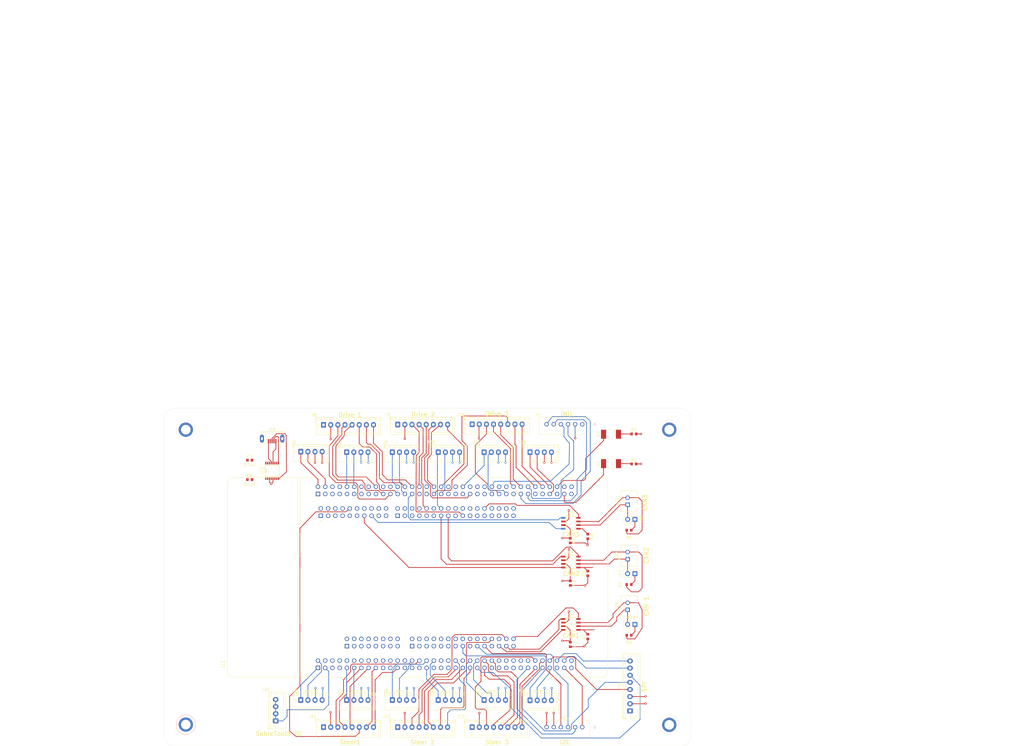
<source format=kicad_pcb>
(kicad_pcb (version 20171130) (host pcbnew "(5.1.12)-1")
  (layers (0 F.Cu signal) (1 5V power) (2 GND power hide) (31 B.Cu signal) (35 F.Paste user hide) (37 F.SilkS user) (39 F.Mask user hide) (44 Edge.Cuts user))
  (net 0 "")
  (net 1 GND)
  (net 2 +5V)
  (net 3 "Net-(D1-Pad1)")
  (net 4 LED1)
  (net 5 LED2)
  (net 6 "Net-(D2-Pad1)")
  (net 7 Drive1-Enc-Bout)
  (net 8 Drive1-Enc-Aout)
  (net 9 Steer1-Enc-Aout)
  (net 10 Steer1-Enc-Bout)
  (net 11 Drive2-Enc-Aout)
  (net 12 Drive2-Enc-Bout)
  (net 13 Steer2-Enc-Bout)
  (net 14 Steer2-Enc-Aout)
  (net 15 Drive3-Enc-Bout)
  (net 16 Drive3-Enc-Aout)
  (net 17 Steer3-Enc-Aout)
  (net 18 Steer3-Enc-Bout)
  (net 19 I2C-4-INT0)
  (net 20 I2C-4-INT1)
  (net 21 I2C-4-SCL)
  (net 22 I2C-4-SDA)
  (net 23 +3V3)
  (net 24 "Net-(J8-Pad1)")
  (net 25 Drive1-PWMB)
  (net 26 Drive1-INB2)
  (net 27 Drive1-INB1)
  (net 28 Drive1-PWMA)
  (net 29 Drive1-INA2)
  (net 30 Drive1-INA1)
  (net 31 Drive2-INA1)
  (net 32 Drive2-INA2)
  (net 33 Drive2-PWMA)
  (net 34 Drive2-B1)
  (net 35 Drive2-B2)
  (net 36 Drive2-PWMB)
  (net 37 "Net-(J9-Pad1)")
  (net 38 "Net-(J10-Pad1)")
  (net 39 Drive3-PWMB)
  (net 40 Drive3-INB2)
  (net 41 Drive3-INB1)
  (net 42 Drive3-PWMA)
  (net 43 Drive3-INA2)
  (net 44 Drive3-INA1)
  (net 45 Steer1-INA1)
  (net 46 Steer1-INA2)
  (net 47 Steer1-PWMA)
  (net 48 Steer1-INB1)
  (net 49 Steer1-INB2)
  (net 50 Steer1-PWMB)
  (net 51 "Net-(J11-Pad1)")
  (net 52 "Net-(J12-Pad1)")
  (net 53 Steer2-PWMB)
  (net 54 Steer2-INB2)
  (net 55 Steer2-INB1)
  (net 56 Steer2-PWMA)
  (net 57 Steer2-INA2)
  (net 58 Steer2-INA1)
  (net 59 Steer3-INA1)
  (net 60 Steer3-INA2)
  (net 61 Steer3-PWMA)
  (net 62 Steer3-INB1)
  (net 63 Steer3-INB2)
  (net 64 Steer3-PWMB)
  (net 65 "Net-(J13-Pad1)")
  (net 66 I2C-2-EXTRA)
  (net 67 I2C-2-INT)
  (net 68 I2C-2-SCL)
  (net 69 I2C-2-SDA)
  (net 70 "Net-(J16-Pad2)")
  (net 71 "Net-(J16-Pad3)")
  (net 72 "Net-(J16-Pad4)")
  (net 73 "Net-(J17-Pad1)")
  (net 74 "Net-(J17-Pad2)")
  (net 75 "Net-(J18-Pad2)")
  (net 76 "Net-(J18-Pad1)")
  (net 77 "Net-(J19-Pad2)")
  (net 78 "Net-(J19-Pad1)")
  (net 79 "Net-(J20-Pad2)")
  (net 80 "Net-(J21-Pad2)")
  (net 81 SabreTX)
  (net 82 "Net-(J23-Pad1)")
  (net 83 UART-7-TXD)
  (net 84 UART-7-RTS)
  (net 85 UART-7-RXD)
  (net 86 UART-7-CTS)
  (net 87 "Net-(U2-Pad7)")
  (net 88 ROSReset)
  (net 89 "Net-(U2-Pad14)")
  (net 90 "Net-(U2-Pad15)")
  (net 91 "Net-(U2-Pad16)")
  (net 92 CAN1-TXD)
  (net 93 CAN1-RXD)
  (net 94 CAN1-STBY)
  (net 95 CAN2-STBY)
  (net 96 CAN2-RXD)
  (net 97 CAN2-TXD)
  (net 98 CAN3-TXD)
  (net 99 CAN3-RXD)
  (net 100 CAN3-STBY)
  (net 101 "Net-(U1-Pad28)")
  (net 102 "Net-(U1-Pad27)")
  (net 103 "Net-(U1-Pad29)")
  (net 104 "Net-(U1-Pad26)")
  (net 105 "Net-(U1-Pad99)")
  (net 106 "Net-(U1-Pad42)")
  (net 107 "Net-(U1-Pad139)")
  (net 108 "Net-(U1-Pad14)")
  (net 109 "Net-(U1-Pad140)")
  (net 110 "Net-(U1-Pad73)")
  (net 111 "Net-(U1-Pad45)")
  (net 112 "Net-(U1-Pad103)")
  (net 113 "Net-(U1-Pad37)")
  (net 114 "Net-(U1-Pad138)")
  (net 115 "Net-(U1-Pad25)")
  (net 116 "Net-(J15-Pad1)")
  (net 117 "Net-(U1-Pad87)")
  (net 118 "Net-(U1-Pad92)")
  (net 119 "Net-(U1-Pad91)")
  (net 120 Drive5-Enc-Aout)
  (net 121 Drive5-Enc-Bout)
  (net 122 Drive6-Enc-Aout)
  (net 123 Drive6-Enc-Bout)
  (net 124 Steer4-Enc-Aout)
  (net 125 Steer4-Enc-Bout)
  (net 126 Steer5-Enc-Aout)
  (net 127 Steer5-Enc-Bout)
  (net 128 Steer6-Enc-Aout)
  (net 129 Steer6-Enc-Bout)
  (net 130 Drive4-Enc-Aout)
  (net 131 Drive4-Enc-Bout)
  (net 132 VCCIO)
  (net 133 "Net-(U1-Pad137)")
  (net 134 SPI_1_CS)
  (net 135 SPI_1_MISO)
  (net 136 SPI_1_MOSI)
  (net 137 SPI_1_SCK)
  (net 138 SPI_1_INT)
  (net 139 "Net-(U1-Pad155)")
  (net 140 "Net-(U1-Pad154)")
  (net 141 "Net-(U1-Pad156)")
  (net 142 "Net-(U1-Pad153)")
  (net 143 "Net-(U1-Pad150)")
  (net 144 "Net-(U1-Pad149)")
  (net 145 "Net-(U1-Pad145)")
  (net 146 "Net-(U1-Pad157)")
  (net 147 "Net-(J16-Pad6)")
  (net 148 "Net-(U1-Pad116)")
  (module DriverBoard:0603Footprint (layer F.Cu) (at 222.0999 48.4 180)
    (fp_text reference R2 (at 0.0001 1.4) (layer F.SilkS))
    (fp_text value CF14JT1K00)
    (pad 2 smd rect (at 0.8001 0 180) (size 0.8636 0.9652) (layers F.Cu F.Paste F.Mask) (net 6 "Net-(D2-Pad1)"))
    (pad 1 smd rect (at -0.8001 0 180) (size 0.8636 0.9652) (layers F.Cu F.Paste F.Mask) (net 1 GND))
  )
  (module DriverBoard:0603Footprint (layer F.Cu) (at 222.0999 58.9 180)
    (fp_text reference R1 (at 0.1 1.3) (layer F.SilkS))
    (fp_text value CF14JT1K00)
    (pad 2 smd rect (at 0.8001 0 180) (size 0.8636 0.9652) (layers F.Cu F.Paste F.Mask) (net 3 "Net-(D1-Pad1)"))
    (pad 1 smd rect (at -0.8001 0 180) (size 0.8636 0.9652) (layers F.Cu F.Paste F.Mask) (net 1 GND))
  )
  (module "" (layer F.Cu) (at 169.6 -103.5)
    (fp_text reference "" (at 65 150.3) (layer F.SilkS) (effects (font (size 1.27 1.27))))
    (fp_text value "" (at 65 150.3) (layer F.SilkS) (effects (font (size 1.27 1.27))))
    (pad 1 thru_hole circle (at 64.9 150.4) (size 5 5) (drill 3.4) (layers *.Cu *.Mask))
  )
  (module "" (layer F.Cu) (at 169.6 0)
    (fp_text reference "" (at 65 150.3) (layer F.SilkS) (effects (font (size 1.27 1.27))))
    (fp_text value "" (at 65 150.3) (layer F.SilkS) (effects (font (size 1.27 1.27))))
    (pad 1 thru_hole circle (at 64.9 150.4) (size 5 5) (drill 3.4) (layers *.Cu *.Mask))
  )
  (module "" (layer F.Cu) (at 0.1 -103.5)
    (fp_text reference "" (at 65 150.3) (layer F.SilkS) (effects (font (size 1.27 1.27))))
    (fp_text value "" (at 65 150.3) (layer F.SilkS) (effects (font (size 1.27 1.27))))
    (pad 1 thru_hole circle (at 64.9 150.4) (size 5 5) (drill 3.4) (layers *.Cu *.Mask))
  )
  (module DriverBoard:M3Drill (layer F.Cu) (at 65 150.3)
    (fp_text reference REF**)
    (fp_text value M3Drill)
    (pad 1 thru_hole circle (at 0 0) (size 5 5) (drill 3.4) (layers *.Cu *.Mask))
  )
  (module DriverBoard:JST4Way (layer F.Cu) (at 96.5 149 90)
    (fp_text reference J30 (at 11 -3.5 180) (layer F.SilkS))
    (fp_text value "B4B-XH-A(LF)(SN)")
    (pad "" np_thru_hole circle (at -1.6 2 90) (size 1.2 1.2) (drill 1.2) (layers *.Cu *.Mask))
    (pad 4 thru_hole oval (at 7.5 0 90) (size 1.7 1.95) (drill 0.95) (layers *.Cu *.Mask) (net 81 SabreTX))
    (pad 3 thru_hole oval (at 5 0 90) (size 1.7 1.95) (drill 0.95) (layers *.Cu *.Mask) (net 81 SabreTX))
    (pad 2 thru_hole oval (at 2.5 0 90) (size 1.7 1.95) (drill 0.95) (layers *.Cu *.Mask) (net 81 SabreTX))
    (pad 1 thru_hole roundrect (at 0 0 90) (size 1.7 1.95) (drill 0.95) (layers *.Cu *.Mask) (roundrect_rratio 0.147059) (net 81 SabreTX))
  )
  (module DriverBoard:FT230XS (layer F.Cu) (at 95.26 61.34 90)
    (fp_text reference U2 (at 0.09 -3.69451 90) (layer F.SilkS) (effects (font (size 1.404378 1.404378))))
    (fp_text value FT230XS)
    (pad 1 smd rect (at -2.7178 -2.2225 90) (size 0.9144 0.4064) (layers F.Cu F.Paste F.Mask) (net 83 UART-7-TXD))
    (pad 2 smd rect (at -2.7178 -1.5875 90) (size 0.9144 0.4064) (layers F.Cu F.Paste F.Mask) (net 84 UART-7-RTS))
    (pad 3 smd rect (at -2.7178 -0.9525 90) (size 0.9144 0.4064) (layers F.Cu F.Paste F.Mask) (net 132 VCCIO))
    (pad 4 smd rect (at -2.7178 -0.3175 90) (size 0.9144 0.4064) (layers F.Cu F.Paste F.Mask) (net 85 UART-7-RXD))
    (pad 5 smd rect (at -2.7178 0.3175 90) (size 0.9144 0.4064) (layers F.Cu F.Paste F.Mask) (net 1 GND))
    (pad 6 smd rect (at -2.7178 0.9525 90) (size 0.9144 0.4064) (layers F.Cu F.Paste F.Mask) (net 86 UART-7-CTS))
    (pad 7 smd rect (at -2.7178 1.5875 90) (size 0.9144 0.4064) (layers F.Cu F.Paste F.Mask) (net 87 "Net-(U2-Pad7)"))
    (pad 8 smd rect (at -2.7178 2.2225 90) (size 0.9144 0.4064) (layers F.Cu F.Paste F.Mask) (net 71 "Net-(J16-Pad3)"))
    (pad 9 smd rect (at 2.7178 2.2225 90) (size 0.9144 0.4064) (layers F.Cu F.Paste F.Mask) (net 70 "Net-(J16-Pad2)"))
    (pad 10 smd rect (at 2.7178 1.5875 90) (size 0.9144 0.4064) (layers F.Cu F.Paste F.Mask) (net 132 VCCIO))
    (pad 11 smd rect (at 2.7178 0.9525 90) (size 0.9144 0.4064) (layers F.Cu F.Paste F.Mask) (net 88 ROSReset))
    (pad 12 smd rect (at 2.7178 0.3175 90) (size 0.9144 0.4064) (layers F.Cu F.Paste F.Mask) (net 2 +5V))
    (pad 13 smd rect (at 2.7178 -0.3175 90) (size 0.9144 0.4064) (layers F.Cu F.Paste F.Mask) (net 1 GND))
    (pad 14 smd rect (at 2.7178 -0.9525 90) (size 0.9144 0.4064) (layers F.Cu F.Paste F.Mask) (net 89 "Net-(U2-Pad14)"))
    (pad 15 smd rect (at 2.7178 -1.5875 90) (size 0.9144 0.4064) (layers F.Cu F.Paste F.Mask) (net 90 "Net-(U2-Pad15)"))
    (pad 16 smd rect (at 2.7178 -2.2225 90) (size 0.9144 0.4064) (layers F.Cu F.Paste F.Mask) (net 91 "Net-(U2-Pad16)"))
  )
  (module DriverBoard:0603Footprint (layer F.Cu) (at 87.4001 64.4)
    (fp_text reference C8 (at -0.0001 -1.4) (layer F.SilkS))
    (fp_text value 0.1µF (at 0.0999 1.6) (layer F.SilkS))
    (pad 2 smd rect (at 0.8001 0) (size 0.8636 0.9652) (layers F.Cu F.Paste F.Mask) (net 1 GND))
    (pad 1 smd rect (at -0.8001 0) (size 0.8636 0.9652) (layers F.Cu F.Paste F.Mask) (net 132 VCCIO))
  )
  (module DriverBoard:0603Footprint (layer F.Cu) (at 87.3999 57.6)
    (fp_text reference C7 (at 0 -1.3) (layer F.SilkS))
    (fp_text value 0.1µF (at 0.1001 1.5) (layer F.SilkS))
    (pad 2 smd rect (at 0.8001 0) (size 0.8636 0.9652) (layers F.Cu F.Paste F.Mask) (net 2 +5V))
    (pad 1 smd rect (at -0.8001 0) (size 0.8636 0.9652) (layers F.Cu F.Paste F.Mask) (net 1 GND))
  )
  (module DriverBoard:JST4Way (layer F.Cu) (at 153.5 54.8)
    (fp_text reference J29 (at -2.5 -3.55) (layer F.SilkS))
    (fp_text value "B4B-XH-A(LF)(SN)")
    (pad "" np_thru_hole circle (at -1.6 2) (size 1.2 1.2) (drill 1.2) (layers *.Cu *.Mask))
    (pad 4 thru_hole oval (at 7.5 0) (size 1.7 1.95) (drill 0.95) (layers *.Cu *.Mask) (net 2 +5V))
    (pad 3 thru_hole oval (at 5 0) (size 1.7 1.95) (drill 0.95) (layers *.Cu *.Mask) (net 1 GND))
    (pad 2 thru_hole oval (at 2.5 0) (size 1.7 1.95) (drill 0.95) (layers *.Cu *.Mask) (net 130 Drive4-Enc-Aout))
    (pad 1 thru_hole roundrect (at 0 0) (size 1.7 1.95) (drill 0.95) (layers *.Cu *.Mask) (roundrect_rratio 0.147059) (net 131 Drive4-Enc-Bout))
  )
  (module DriverBoard:JST4Way (layer F.Cu) (at 185.7 141.8)
    (fp_text reference J28 (at -2.8 -3.4) (layer F.SilkS))
    (fp_text value "B4B-XH-A(LF)(SN)")
    (pad "" np_thru_hole circle (at -1.6 2) (size 1.2 1.2) (drill 1.2) (layers *.Cu *.Mask))
    (pad 4 thru_hole oval (at 7.5 0) (size 1.7 1.95) (drill 0.95) (layers *.Cu *.Mask) (net 2 +5V))
    (pad 3 thru_hole oval (at 5 0) (size 1.7 1.95) (drill 0.95) (layers *.Cu *.Mask) (net 1 GND))
    (pad 2 thru_hole oval (at 2.5 0) (size 1.7 1.95) (drill 0.95) (layers *.Cu *.Mask) (net 128 Steer6-Enc-Aout))
    (pad 1 thru_hole roundrect (at 0 0) (size 1.7 1.95) (drill 0.95) (layers *.Cu *.Mask) (roundrect_rratio 0.147059) (net 129 Steer6-Enc-Bout))
  )
  (module DriverBoard:JST4Way (layer F.Cu) (at 169.6 141.7)
    (fp_text reference J27 (at -2.4 -3.4) (layer F.SilkS))
    (fp_text value "B4B-XH-A(LF)(SN)")
    (pad "" np_thru_hole circle (at -1.6 2) (size 1.2 1.2) (drill 1.2) (layers *.Cu *.Mask))
    (pad 4 thru_hole oval (at 7.5 0) (size 1.7 1.95) (drill 0.95) (layers *.Cu *.Mask) (net 2 +5V))
    (pad 3 thru_hole oval (at 5 0) (size 1.7 1.95) (drill 0.95) (layers *.Cu *.Mask) (net 1 GND))
    (pad 2 thru_hole oval (at 2.5 0) (size 1.7 1.95) (drill 0.95) (layers *.Cu *.Mask) (net 126 Steer5-Enc-Aout))
    (pad 1 thru_hole roundrect (at 0 0) (size 1.7 1.95) (drill 0.95) (layers *.Cu *.Mask) (roundrect_rratio 0.147059) (net 127 Steer5-Enc-Bout))
  )
  (module DriverBoard:JST4Way (layer F.Cu) (at 153.5 141.7)
    (fp_text reference J26 (at -2.7 -3.4) (layer F.SilkS))
    (fp_text value "B4B-XH-A(LF)(SN)")
    (pad "" np_thru_hole circle (at -1.6 2) (size 1.2 1.2) (drill 1.2) (layers *.Cu *.Mask))
    (pad 4 thru_hole oval (at 7.5 0) (size 1.7 1.95) (drill 0.95) (layers *.Cu *.Mask) (net 2 +5V))
    (pad 3 thru_hole oval (at 5 0) (size 1.7 1.95) (drill 0.95) (layers *.Cu *.Mask) (net 1 GND))
    (pad 2 thru_hole oval (at 2.5 0) (size 1.7 1.95) (drill 0.95) (layers *.Cu *.Mask) (net 124 Steer4-Enc-Aout))
    (pad 1 thru_hole roundrect (at 0 0) (size 1.7 1.95) (drill 0.95) (layers *.Cu *.Mask) (roundrect_rratio 0.147059) (net 125 Steer4-Enc-Bout))
  )
  (module DriverBoard:JST4Way (layer F.Cu) (at 185.7 54.8)
    (fp_text reference J25 (at -2.7 -3.55) (layer F.SilkS))
    (fp_text value "B4B-XH-A(LF)(SN)")
    (pad "" np_thru_hole circle (at -1.6 2) (size 1.2 1.2) (drill 1.2) (layers *.Cu *.Mask))
    (pad 4 thru_hole oval (at 7.5 0) (size 1.7 1.95) (drill 0.95) (layers *.Cu *.Mask) (net 2 +5V))
    (pad 3 thru_hole oval (at 5 0) (size 1.7 1.95) (drill 0.95) (layers *.Cu *.Mask) (net 1 GND))
    (pad 2 thru_hole oval (at 2.5 0) (size 1.7 1.95) (drill 0.95) (layers *.Cu *.Mask) (net 122 Drive6-Enc-Aout))
    (pad 1 thru_hole roundrect (at 0 0) (size 1.7 1.95) (drill 0.95) (layers *.Cu *.Mask) (roundrect_rratio 0.147059) (net 123 Drive6-Enc-Bout))
  )
  (module DriverBoard:JST4Way (layer F.Cu) (at 169.6 54.8)
    (fp_text reference J24 (at -2.6 -3.55) (layer F.SilkS))
    (fp_text value "B4B-XH-A(LF)(SN)")
    (pad "" np_thru_hole circle (at -1.6 2) (size 1.2 1.2) (drill 1.2) (layers *.Cu *.Mask))
    (pad 4 thru_hole oval (at 7.5 0) (size 1.7 1.95) (drill 0.95) (layers *.Cu *.Mask) (net 2 +5V))
    (pad 3 thru_hole oval (at 5 0) (size 1.7 1.95) (drill 0.95) (layers *.Cu *.Mask) (net 1 GND))
    (pad 2 thru_hole oval (at 2.5 0) (size 1.7 1.95) (drill 0.95) (layers *.Cu *.Mask) (net 120 Drive5-Enc-Aout))
    (pad 1 thru_hole roundrect (at 0 0) (size 1.7 1.95) (drill 0.95) (layers *.Cu *.Mask) (roundrect_rratio 0.147059) (net 121 Drive5-Enc-Bout))
  )
  (module DriverBoard:JST8Way (layer F.Cu) (at 220.75 145.5 90)
    (fp_text reference J15 (at 8.75 -3.55 90) (layer F.SilkS))
    (fp_text value B8B-XH-ALFSN)
    (pad 1 thru_hole roundrect (at 0 0 90) (size 1.7 1.95) (drill 0.95) (layers *.Cu *.Mask) (roundrect_rratio 0.147059) (net 116 "Net-(J15-Pad1)"))
    (pad 2 thru_hole oval (at 2.5 0 90) (size 1.7 1.95) (drill 0.95) (layers *.Cu *.Mask) (net 2 +5V))
    (pad 3 thru_hole oval (at 5 0 90) (size 1.7 1.95) (drill 0.95) (layers *.Cu *.Mask) (net 1 GND))
    (pad 4 thru_hole oval (at 7.5 0 90) (size 1.7 1.95) (drill 0.95) (layers *.Cu *.Mask) (net 134 SPI_1_CS))
    (pad 5 thru_hole oval (at 10 0 90) (size 1.7 1.95) (drill 0.95) (layers *.Cu *.Mask) (net 135 SPI_1_MISO))
    (pad 6 thru_hole oval (at 12.5 0 90) (size 1.7 1.95) (drill 0.95) (layers *.Cu *.Mask) (net 136 SPI_1_MOSI))
    (pad 7 thru_hole oval (at 15 0 90) (size 1.7 1.95) (drill 0.95) (layers *.Cu *.Mask) (net 137 SPI_1_SCK))
    (pad 8 thru_hole oval (at 17.5 0 90) (size 1.7 1.95) (drill 0.95) (layers *.Cu *.Mask) (net 138 SPI_1_INT))
    (pad "" np_thru_hole circle (at -1.6 2 90) (size 1.2 1.2) (drill 1.2) (layers *.Cu *.Mask))
  )
  (module DriverBoard:JST8Way (layer F.Cu) (at 139.3 45.1)
    (fp_text reference J9 (at -3.45 -3.5) (layer F.SilkS))
    (fp_text value B8B-XH-ALFSN)
    (pad "" np_thru_hole circle (at -1.6 2) (size 1.2 1.2) (drill 1.2) (layers *.Cu *.Mask))
    (pad 8 thru_hole oval (at 17.5 0) (size 1.7 1.95) (drill 0.95) (layers *.Cu *.Mask) (net 31 Drive2-INA1))
    (pad 7 thru_hole oval (at 15 0) (size 1.7 1.95) (drill 0.95) (layers *.Cu *.Mask) (net 32 Drive2-INA2))
    (pad 6 thru_hole oval (at 12.5 0) (size 1.7 1.95) (drill 0.95) (layers *.Cu *.Mask) (net 33 Drive2-PWMA))
    (pad 5 thru_hole oval (at 10 0) (size 1.7 1.95) (drill 0.95) (layers *.Cu *.Mask) (net 34 Drive2-B1))
    (pad 4 thru_hole oval (at 7.5 0) (size 1.7 1.95) (drill 0.95) (layers *.Cu *.Mask) (net 35 Drive2-B2))
    (pad 3 thru_hole oval (at 5 0) (size 1.7 1.95) (drill 0.95) (layers *.Cu *.Mask) (net 36 Drive2-PWMB))
    (pad 2 thru_hole oval (at 2.5 0) (size 1.7 1.95) (drill 0.95) (layers *.Cu *.Mask) (net 1 GND))
    (pad 1 thru_hole roundrect (at 0 0) (size 1.7 1.95) (drill 0.95) (layers *.Cu *.Mask) (roundrect_rratio 0.147059) (net 37 "Net-(J9-Pad1)"))
  )
  (module "" (layer F.Cu) (at 199.91 78.42)
    (fp_text reference "" (at 158.755 73.66) (layer F.SilkS) (effects (font (size 1.27 1.27))))
    (fp_text value "" (at 158.755 73.66) (layer F.SilkS) (effects (font (size 1.27 1.27))))
  )
  (module DriverBoard:JST2Way (layer F.Cu) (at 219.91 108.82 270)
    (fp_text reference J19 (at 0 3.81 90) (layer F.SilkS))
    (fp_text value "B2B-XH-A(LF)(SN)")
    (pad 2 thru_hole circle (at -1.25 0 270) (size 1.508 1.508) (drill 1) (layers *.Cu *.Mask) (net 77 "Net-(J19-Pad2)"))
    (pad 1 thru_hole rect (at 1.25 0 270) (size 1.508 1.508) (drill 1) (layers *.Cu *.Mask) (net 78 "Net-(J19-Pad1)"))
  )
  (module DriverBoard:JST4Way (layer F.Cu) (at 105.3 54.6)
    (fp_text reference J1 (at -2.3 -3.55) (layer F.SilkS))
    (fp_text value "B4B-XH-A(LF)(SN)")
    (pad "" np_thru_hole circle (at -1.6 2) (size 1.2 1.2) (drill 1.2) (layers *.Cu *.Mask))
    (pad 4 thru_hole oval (at 7.5 0) (size 1.7 1.95) (drill 0.95) (layers *.Cu *.Mask) (net 2 +5V))
    (pad 3 thru_hole oval (at 5 0) (size 1.7 1.95) (drill 0.95) (layers *.Cu *.Mask) (net 1 GND))
    (pad 2 thru_hole oval (at 2.5 0) (size 1.7 1.95) (drill 0.95) (layers *.Cu *.Mask) (net 8 Drive1-Enc-Aout))
    (pad 1 thru_hole roundrect (at 0 0) (size 1.7 1.95) (drill 0.95) (layers *.Cu *.Mask) (roundrect_rratio 0.147059) (net 7 Drive1-Enc-Bout))
  )
  (module DriverBoard:JST4Way (layer F.Cu) (at 105.3 141.7)
    (fp_text reference J2 (at -2.3 -3.4) (layer F.SilkS))
    (fp_text value "B4B-XH-A(LF)(SN)")
    (pad "" np_thru_hole circle (at -1.6 2) (size 1.2 1.2) (drill 1.2) (layers *.Cu *.Mask))
    (pad 4 thru_hole oval (at 7.5 0) (size 1.7 1.95) (drill 0.95) (layers *.Cu *.Mask) (net 2 +5V))
    (pad 3 thru_hole oval (at 5 0) (size 1.7 1.95) (drill 0.95) (layers *.Cu *.Mask) (net 1 GND))
    (pad 2 thru_hole oval (at 2.5 0) (size 1.7 1.95) (drill 0.95) (layers *.Cu *.Mask) (net 9 Steer1-Enc-Aout))
    (pad 1 thru_hole roundrect (at 0 0) (size 1.7 1.95) (drill 0.95) (layers *.Cu *.Mask) (roundrect_rratio 0.147059) (net 10 Steer1-Enc-Bout))
  )
  (module DriverBoard:JST4Way (layer F.Cu) (at 121.4 54.8)
    (fp_text reference J3 (at -2.4 -3.55) (layer F.SilkS))
    (fp_text value "B4B-XH-A(LF)(SN)")
    (pad "" np_thru_hole circle (at -1.6 2) (size 1.2 1.2) (drill 1.2) (layers *.Cu *.Mask))
    (pad 4 thru_hole oval (at 7.5 0) (size 1.7 1.95) (drill 0.95) (layers *.Cu *.Mask) (net 2 +5V))
    (pad 3 thru_hole oval (at 5 0) (size 1.7 1.95) (drill 0.95) (layers *.Cu *.Mask) (net 1 GND))
    (pad 2 thru_hole oval (at 2.5 0) (size 1.7 1.95) (drill 0.95) (layers *.Cu *.Mask) (net 11 Drive2-Enc-Aout))
    (pad 1 thru_hole roundrect (at 0 0) (size 1.7 1.95) (drill 0.95) (layers *.Cu *.Mask) (roundrect_rratio 0.147059) (net 12 Drive2-Enc-Bout))
  )
  (module DriverBoard:JST4Way (layer F.Cu) (at 121.4 141.7)
    (fp_text reference J4 (at -2.3 -3.4) (layer F.SilkS))
    (fp_text value "B4B-XH-A(LF)(SN)")
    (pad "" np_thru_hole circle (at -1.6 2) (size 1.2 1.2) (drill 1.2) (layers *.Cu *.Mask))
    (pad 4 thru_hole oval (at 7.5 0) (size 1.7 1.95) (drill 0.95) (layers *.Cu *.Mask) (net 2 +5V))
    (pad 3 thru_hole oval (at 5 0) (size 1.7 1.95) (drill 0.95) (layers *.Cu *.Mask) (net 1 GND))
    (pad 2 thru_hole oval (at 2.5 0) (size 1.7 1.95) (drill 0.95) (layers *.Cu *.Mask) (net 14 Steer2-Enc-Aout))
    (pad 1 thru_hole roundrect (at 0 0) (size 1.7 1.95) (drill 0.95) (layers *.Cu *.Mask) (roundrect_rratio 0.147059) (net 13 Steer2-Enc-Bout))
  )
  (module DriverBoard:JST4Way (layer F.Cu) (at 137.4 54.8)
    (fp_text reference J5 (at -2.4 -3.55) (layer F.SilkS))
    (fp_text value "B4B-XH-A(LF)(SN)")
    (pad "" np_thru_hole circle (at -1.6 2) (size 1.2 1.2) (drill 1.2) (layers *.Cu *.Mask))
    (pad 4 thru_hole oval (at 7.5 0) (size 1.7 1.95) (drill 0.95) (layers *.Cu *.Mask) (net 2 +5V))
    (pad 3 thru_hole oval (at 5 0) (size 1.7 1.95) (drill 0.95) (layers *.Cu *.Mask) (net 1 GND))
    (pad 2 thru_hole oval (at 2.5 0) (size 1.7 1.95) (drill 0.95) (layers *.Cu *.Mask) (net 16 Drive3-Enc-Aout))
    (pad 1 thru_hole roundrect (at 0 0) (size 1.7 1.95) (drill 0.95) (layers *.Cu *.Mask) (roundrect_rratio 0.147059) (net 15 Drive3-Enc-Bout))
  )
  (module DriverBoard:JST4Way (layer F.Cu) (at 137.4 141.7)
    (fp_text reference J6 (at -2.2 -3.4) (layer F.SilkS))
    (fp_text value "B4B-XH-A(LF)(SN)")
    (pad "" np_thru_hole circle (at -1.6 2) (size 1.2 1.2) (drill 1.2) (layers *.Cu *.Mask))
    (pad 4 thru_hole oval (at 7.5 0) (size 1.7 1.95) (drill 0.95) (layers *.Cu *.Mask) (net 2 +5V))
    (pad 3 thru_hole oval (at 5 0) (size 1.7 1.95) (drill 0.95) (layers *.Cu *.Mask) (net 1 GND))
    (pad 2 thru_hole oval (at 2.5 0) (size 1.7 1.95) (drill 0.95) (layers *.Cu *.Mask) (net 17 Steer3-Enc-Aout))
    (pad 1 thru_hole roundrect (at 0 0) (size 1.7 1.95) (drill 0.95) (layers *.Cu *.Mask) (roundrect_rratio 0.147059) (net 18 Steer3-Enc-Bout))
  )
  (module DriverBoard:0603Footprint (layer F.Cu) (at 205.94 97.3001 270)
    (fp_text reference C5 (at 0 1.27 90) (layer F.SilkS))
    (fp_text value 0.1µF)
    (pad 2 smd rect (at 0.8001 0 270) (size 0.8636 0.9652) (layers F.Cu F.Paste F.Mask) (net 1 GND))
    (pad 1 smd rect (at -0.8001 0 270) (size 0.8636 0.9652) (layers F.Cu F.Paste F.Mask) (net 23 +3V3))
  )
  (module DriverBoard:0603Footprint (layer F.Cu) (at 205.94 119.4499 270)
    (fp_text reference C1 (at 0 1.27 90) (layer F.SilkS))
    (fp_text value 0.1µF)
    (pad 1 smd rect (at -0.8001 0 270) (size 0.8636 0.9652) (layers F.Cu F.Paste F.Mask) (net 23 +3V3))
    (pad 2 smd rect (at 0.8001 0 270) (size 0.8636 0.9652) (layers F.Cu F.Paste F.Mask) (net 1 GND))
  )
  (module DriverBoard:0603Footprint (layer F.Cu) (at 199.8 122.2001 270)
    (fp_text reference C2 (at -0.0001 -1.6 90) (layer F.SilkS))
    (fp_text value 0.1µF)
    (pad 2 smd rect (at 0.8001 0 270) (size 0.8636 0.9652) (layers F.Cu F.Paste F.Mask) (net 1 GND))
    (pad 1 smd rect (at -0.8001 0 270) (size 0.8636 0.9652) (layers F.Cu F.Paste F.Mask) (net 2 +5V))
  )
  (module DriverBoard:0603Footprint (layer F.Cu) (at 199.8 100.6999 270)
    (fp_text reference C3 (at 0 -1.27 90) (layer F.SilkS))
    (fp_text value 0.1µF)
    (pad 1 smd rect (at -0.8001 0 270) (size 0.8636 0.9652) (layers F.Cu F.Paste F.Mask) (net 2 +5V))
    (pad 2 smd rect (at 0.8001 0 270) (size 0.8636 0.9652) (layers F.Cu F.Paste F.Mask) (net 1 GND))
  )
  (module DriverBoard:0603Footprint (layer F.Cu) (at 199.8 85.8 270)
    (fp_text reference C4 (at 0 -1.27 90) (layer F.SilkS))
    (fp_text value 0.1µF)
    (pad 1 smd rect (at -0.8001 0 270) (size 0.8636 0.9652) (layers F.Cu F.Paste F.Mask) (net 2 +5V))
    (pad 2 smd rect (at 0.8001 0 270) (size 0.8636 0.9652) (layers F.Cu F.Paste F.Mask) (net 1 GND))
  )
  (module DriverBoard:0603Footprint (layer F.Cu) (at 205.94 84.3301 270)
    (fp_text reference C6 (at 0 -1.27 90) (layer F.SilkS))
    (fp_text value 0.1µF)
    (pad 2 smd rect (at 0.8001 0 270) (size 0.8636 0.9652) (layers F.Cu F.Paste F.Mask) (net 1 GND))
    (pad 1 smd rect (at -0.8001 0 270) (size 0.8636 0.9652) (layers F.Cu F.Paste F.Mask) (net 23 +3V3))
  )
  (module DriverBoard:1812Footprint (layer F.Cu) (at 214.085 58.8 180)
    (fp_text reference D1 (at 4.41 -0.08 270) (layer F.SilkS) (effects (font (size 1.000402 1.000402))))
    (fp_text value LED)
    (pad 1 smd rect (at -2.615 0 180) (size 1.78 3.15) (layers F.Cu F.Paste F.Mask) (net 3 "Net-(D1-Pad1)"))
    (pad 2 smd rect (at 2.615 0 180) (size 1.78 3.15) (layers F.Cu F.Paste F.Mask) (net 4 LED1))
  )
  (module DriverBoard:1812Footprint (layer F.Cu) (at 214.085 48.5 180)
    (fp_text reference D2 (at 4.385 0.09 90) (layer F.SilkS) (effects (font (size 1.000402 1.000402))))
    (fp_text value LED)
    (pad 2 smd rect (at 2.615 0 180) (size 1.78 3.15) (layers F.Cu F.Paste F.Mask) (net 5 LED2))
    (pad 1 smd rect (at -2.615 0 180) (size 1.78 3.15) (layers F.Cu F.Paste F.Mask) (net 6 "Net-(D2-Pad1)"))
  )
  (module DriverBoard:JST6Way (layer F.Cu) (at 204 45 180)
    (fp_text reference J7 (at 15.75 3.25) (layer F.SilkS))
    (fp_text value B6B-XH-ALFSN)
    (fp_text user * (at 0 0) (layer F.SilkS))
    (pad 6 thru_hole circle (at 12.499998 0 180) (size 1.4986 1.4986) (drill 0.9906) (layers *.Cu *.Mask) (net 19 I2C-4-INT0))
    (pad 5 thru_hole circle (at 10 0 180) (size 1.4986 1.4986) (drill 0.9906) (layers *.Cu *.Mask) (net 20 I2C-4-INT1))
    (pad 4 thru_hole circle (at 7.5 0 180) (size 1.4986 1.4986) (drill 0.9906) (layers *.Cu *.Mask) (net 21 I2C-4-SCL))
    (pad 3 thru_hole circle (at 5 0 180) (size 1.4986 1.4986) (drill 0.9906) (layers *.Cu *.Mask) (net 22 I2C-4-SDA))
    (pad 2 thru_hole circle (at 2.5 0 180) (size 1.4986 1.4986) (drill 0.9906) (layers *.Cu *.Mask) (net 1 GND))
    (pad 1 thru_hole circle (at 0 0 180) (size 1.4986 1.4986) (drill 0.9906) (layers *.Cu *.Mask) (net 23 +3V3))
  )
  (module DriverBoard:JST8Way (layer F.Cu) (at 113.3 45.2)
    (fp_text reference J8 (at -3.48 -3.5) (layer F.SilkS))
    (fp_text value B8B-XH-ALFSN)
    (pad 1 thru_hole roundrect (at 0 0) (size 1.7 1.95) (drill 0.95) (layers *.Cu *.Mask) (roundrect_rratio 0.147059) (net 24 "Net-(J8-Pad1)"))
    (pad 2 thru_hole oval (at 2.5 0) (size 1.7 1.95) (drill 0.95) (layers *.Cu *.Mask) (net 1 GND))
    (pad 3 thru_hole oval (at 5 0) (size 1.7 1.95) (drill 0.95) (layers *.Cu *.Mask) (net 25 Drive1-PWMB))
    (pad 4 thru_hole oval (at 7.5 0) (size 1.7 1.95) (drill 0.95) (layers *.Cu *.Mask) (net 26 Drive1-INB2))
    (pad 5 thru_hole oval (at 10 0) (size 1.7 1.95) (drill 0.95) (layers *.Cu *.Mask) (net 27 Drive1-INB1))
    (pad 6 thru_hole oval (at 12.5 0) (size 1.7 1.95) (drill 0.95) (layers *.Cu *.Mask) (net 28 Drive1-PWMA))
    (pad 7 thru_hole oval (at 15 0) (size 1.7 1.95) (drill 0.95) (layers *.Cu *.Mask) (net 29 Drive1-INA2))
    (pad 8 thru_hole oval (at 17.5 0) (size 1.7 1.95) (drill 0.95) (layers *.Cu *.Mask) (net 30 Drive1-INA1))
    (pad "" np_thru_hole circle (at -1.6 2) (size 1.2 1.2) (drill 1.2) (layers *.Cu *.Mask))
  )
  (module DriverBoard:JST8Way (layer F.Cu) (at 165.4 45)
    (fp_text reference J10 (at -3.98 -3.3) (layer F.SilkS))
    (fp_text value B8B-XH-ALFSN)
    (pad 1 thru_hole roundrect (at 0 0) (size 1.7 1.95) (drill 0.95) (layers *.Cu *.Mask) (roundrect_rratio 0.147059) (net 38 "Net-(J10-Pad1)"))
    (pad 2 thru_hole oval (at 2.5 0) (size 1.7 1.95) (drill 0.95) (layers *.Cu *.Mask) (net 1 GND))
    (pad 3 thru_hole oval (at 5 0) (size 1.7 1.95) (drill 0.95) (layers *.Cu *.Mask) (net 39 Drive3-PWMB))
    (pad 4 thru_hole oval (at 7.5 0) (size 1.7 1.95) (drill 0.95) (layers *.Cu *.Mask) (net 40 Drive3-INB2))
    (pad 5 thru_hole oval (at 10 0) (size 1.7 1.95) (drill 0.95) (layers *.Cu *.Mask) (net 41 Drive3-INB1))
    (pad 6 thru_hole oval (at 12.5 0) (size 1.7 1.95) (drill 0.95) (layers *.Cu *.Mask) (net 42 Drive3-PWMA))
    (pad 7 thru_hole oval (at 15 0) (size 1.7 1.95) (drill 0.95) (layers *.Cu *.Mask) (net 43 Drive3-INA2))
    (pad 8 thru_hole oval (at 17.5 0) (size 1.7 1.95) (drill 0.95) (layers *.Cu *.Mask) (net 44 Drive3-INA1))
    (pad "" np_thru_hole circle (at -1.6 2) (size 1.2 1.2) (drill 1.2) (layers *.Cu *.Mask))
  )
  (module DriverBoard:JST8Way (layer F.Cu) (at 113.3 151.2)
    (fp_text reference J11 (at -3.9 -3.7) (layer F.SilkS))
    (fp_text value B8B-XH-ALFSN)
    (pad "" np_thru_hole circle (at -1.6 2) (size 1.2 1.2) (drill 1.2) (layers *.Cu *.Mask))
    (pad 8 thru_hole oval (at 17.5 0) (size 1.7 1.95) (drill 0.95) (layers *.Cu *.Mask) (net 45 Steer1-INA1))
    (pad 7 thru_hole oval (at 15 0) (size 1.7 1.95) (drill 0.95) (layers *.Cu *.Mask) (net 46 Steer1-INA2))
    (pad 6 thru_hole oval (at 12.5 0) (size 1.7 1.95) (drill 0.95) (layers *.Cu *.Mask) (net 47 Steer1-PWMA))
    (pad 5 thru_hole oval (at 10 0) (size 1.7 1.95) (drill 0.95) (layers *.Cu *.Mask) (net 48 Steer1-INB1))
    (pad 4 thru_hole oval (at 7.5 0) (size 1.7 1.95) (drill 0.95) (layers *.Cu *.Mask) (net 49 Steer1-INB2))
    (pad 3 thru_hole oval (at 5 0) (size 1.7 1.95) (drill 0.95) (layers *.Cu *.Mask) (net 50 Steer1-PWMB))
    (pad 2 thru_hole oval (at 2.5 0) (size 1.7 1.95) (drill 0.95) (layers *.Cu *.Mask) (net 1 GND))
    (pad 1 thru_hole roundrect (at 0 0) (size 1.7 1.95) (drill 0.95) (layers *.Cu *.Mask) (roundrect_rratio 0.147059) (net 51 "Net-(J11-Pad1)"))
  )
  (module DriverBoard:JST8Way (layer F.Cu) (at 139.3 151.2)
    (fp_text reference J12 (at -3.9 -3.7) (layer F.SilkS))
    (fp_text value B8B-XH-ALFSN)
    (pad 1 thru_hole roundrect (at 0 0) (size 1.7 1.95) (drill 0.95) (layers *.Cu *.Mask) (roundrect_rratio 0.147059) (net 52 "Net-(J12-Pad1)"))
    (pad 2 thru_hole oval (at 2.5 0) (size 1.7 1.95) (drill 0.95) (layers *.Cu *.Mask) (net 1 GND))
    (pad 3 thru_hole oval (at 5 0) (size 1.7 1.95) (drill 0.95) (layers *.Cu *.Mask) (net 53 Steer2-PWMB))
    (pad 4 thru_hole oval (at 7.5 0) (size 1.7 1.95) (drill 0.95) (layers *.Cu *.Mask) (net 54 Steer2-INB2))
    (pad 5 thru_hole oval (at 10 0) (size 1.7 1.95) (drill 0.95) (layers *.Cu *.Mask) (net 55 Steer2-INB1))
    (pad 6 thru_hole oval (at 12.5 0) (size 1.7 1.95) (drill 0.95) (layers *.Cu *.Mask) (net 56 Steer2-PWMA))
    (pad 7 thru_hole oval (at 15 0) (size 1.7 1.95) (drill 0.95) (layers *.Cu *.Mask) (net 57 Steer2-INA2))
    (pad 8 thru_hole oval (at 17.5 0) (size 1.7 1.95) (drill 0.95) (layers *.Cu *.Mask) (net 58 Steer2-INA1))
    (pad "" np_thru_hole circle (at -1.6 2) (size 1.2 1.2) (drill 1.2) (layers *.Cu *.Mask))
  )
  (module DriverBoard:JST8Way (layer F.Cu) (at 165.4 151.2)
    (fp_text reference J13 (at -3.95 -3.7) (layer F.SilkS))
    (fp_text value B8B-XH-ALFSN)
    (pad "" np_thru_hole circle (at -1.6 2) (size 1.2 1.2) (drill 1.2) (layers *.Cu *.Mask))
    (pad 8 thru_hole oval (at 17.5 0) (size 1.7 1.95) (drill 0.95) (layers *.Cu *.Mask) (net 59 Steer3-INA1))
    (pad 7 thru_hole oval (at 15 0) (size 1.7 1.95) (drill 0.95) (layers *.Cu *.Mask) (net 60 Steer3-INA2))
    (pad 6 thru_hole oval (at 12.5 0) (size 1.7 1.95) (drill 0.95) (layers *.Cu *.Mask) (net 61 Steer3-PWMA))
    (pad 5 thru_hole oval (at 10 0) (size 1.7 1.95) (drill 0.95) (layers *.Cu *.Mask) (net 62 Steer3-INB1))
    (pad 4 thru_hole oval (at 7.5 0) (size 1.7 1.95) (drill 0.95) (layers *.Cu *.Mask) (net 63 Steer3-INB2))
    (pad 3 thru_hole oval (at 5 0) (size 1.7 1.95) (drill 0.95) (layers *.Cu *.Mask) (net 64 Steer3-PWMB))
    (pad 2 thru_hole oval (at 2.5 0) (size 1.7 1.95) (drill 0.95) (layers *.Cu *.Mask) (net 1 GND))
    (pad 1 thru_hole roundrect (at 0 0) (size 1.7 1.95) (drill 0.95) (layers *.Cu *.Mask) (roundrect_rratio 0.147059) (net 65 "Net-(J13-Pad1)"))
  )
  (module DriverBoard:JST6Way (layer F.Cu) (at 204 151.2 180)
    (fp_text reference J14 (at 6.2 3.2) (layer F.SilkS))
    (fp_text value B6B-XH-ALFSN)
    (fp_text user * (at 0 0) (layer F.SilkS))
    (pad 6 thru_hole circle (at 12.499998 0 180) (size 1.4986 1.4986) (drill 0.9906) (layers *.Cu *.Mask) (net 2 +5V))
    (pad 5 thru_hole circle (at 10 0 180) (size 1.4986 1.4986) (drill 0.9906) (layers *.Cu *.Mask) (net 1 GND))
    (pad 4 thru_hole circle (at 7.5 0 180) (size 1.4986 1.4986) (drill 0.9906) (layers *.Cu *.Mask) (net 69 I2C-2-SDA))
    (pad 3 thru_hole circle (at 5 0 180) (size 1.4986 1.4986) (drill 0.9906) (layers *.Cu *.Mask) (net 68 I2C-2-SCL))
    (pad 2 thru_hole circle (at 2.5 0 180) (size 1.4986 1.4986) (drill 0.9906) (layers *.Cu *.Mask) (net 67 I2C-2-INT))
    (pad 1 thru_hole circle (at 0 0 180) (size 1.4986 1.4986) (drill 0.9906) (layers *.Cu *.Mask) (net 66 I2C-2-EXTRA))
  )
  (module DriverBoard:MicroBVert (layer F.Cu) (at 95.26 49.675 180)
    (fp_text reference J16 (at 0.11 2.925) (layer F.SilkS))
    (fp_text value USB_B_Micro)
    (pad 1 smd rect (at -1.3 -1.25 180) (size 0.4 1.5) (layers F.Cu F.Paste F.Mask) (net 2 +5V))
    (pad 2 smd rect (at -0.65 -1.25 180) (size 0.4 1.5) (layers F.Cu F.Paste F.Mask) (net 70 "Net-(J16-Pad2)"))
    (pad 3 smd rect (at 0 -1.25 180) (size 0.4 1.5) (layers F.Cu F.Paste F.Mask) (net 71 "Net-(J16-Pad3)"))
    (pad 4 smd rect (at 0.65 -1.25 180) (size 0.4 1.5) (layers F.Cu F.Paste F.Mask) (net 72 "Net-(J16-Pad4)"))
    (pad 5 smd rect (at 1.3 -1.25 180) (size 0.4 1.5) (layers F.Cu F.Paste F.Mask) (net 1 GND))
    (pad 6 thru_hole oval (at -3.575 -0.36 180) (size 1.4 2.8) (drill oval 0.6 1.15) (layers *.Cu) (net 147 "Net-(J16-Pad6)"))
    (pad 6 thru_hole oval (at 3.575 -0.36 180) (size 1.4 2.8) (drill oval 0.6 1.15) (layers *.Cu) (net 147 "Net-(J16-Pad6)"))
  )
  (module DriverBoard:2PinHeader (layer F.Cu) (at 222.45 97.39 270)
    (fp_text reference J17 (at 0 5.08 90) (layer F.SilkS))
    (fp_text value Conn_01x02_Male)
    (pad 1 thru_hole rect (at 0 0 270) (size 1.7 1.7) (drill 1) (layers *.Cu *.Mask) (net 73 "Net-(J17-Pad1)"))
    (pad 2 thru_hole oval (at 0 2.54 270) (size 1.7 1.7) (drill 1) (layers *.Cu *.Mask) (net 74 "Net-(J17-Pad2)"))
  )
  (module DriverBoard:2PinHeader (layer F.Cu) (at 222.45 78.34 270)
    (fp_text reference J18 (at 0 -2.33 90) (layer F.SilkS))
    (fp_text value Conn_01x02_Male)
    (pad 2 thru_hole oval (at 0 2.54 270) (size 1.7 1.7) (drill 1) (layers *.Cu *.Mask) (net 75 "Net-(J18-Pad2)"))
    (pad 1 thru_hole rect (at 0 0 270) (size 1.7 1.7) (drill 1) (layers *.Cu *.Mask) (net 76 "Net-(J18-Pad1)"))
  )
  (module DriverBoard:JST2Way (layer F.Cu) (at 219.91 91.04 270)
    (fp_text reference J20 (at 0 3.81 90) (layer F.SilkS))
    (fp_text value "B2B-XH-A(LF)(SN)")
    (pad 1 thru_hole rect (at 1.25 0 270) (size 1.508 1.508) (drill 1) (layers *.Cu *.Mask) (net 74 "Net-(J17-Pad2)"))
    (pad 2 thru_hole circle (at -1.25 0 270) (size 1.508 1.508) (drill 1) (layers *.Cu *.Mask) (net 79 "Net-(J20-Pad2)"))
  )
  (module DriverBoard:JST2Way (layer F.Cu) (at 219.91 71.99 270)
    (fp_text reference J21 (at 0 3.81 90) (layer F.SilkS))
    (fp_text value "B2B-XH-A(LF)(SN)")
    (pad 2 thru_hole circle (at -1.25 0 270) (size 1.508 1.508) (drill 1) (layers *.Cu *.Mask) (net 80 "Net-(J21-Pad2)"))
    (pad 1 thru_hole rect (at 1.25 0 270) (size 1.508 1.508) (drill 1) (layers *.Cu *.Mask) (net 75 "Net-(J18-Pad2)"))
  )
  (module DriverBoard:2PinHeader (layer F.Cu) (at 222.45 115.17 270)
    (fp_text reference J23 (at -2.54 1.27) (layer F.SilkS))
    (fp_text value Conn_01x02_Male)
    (pad 2 thru_hole oval (at 0 2.54 270) (size 1.7 1.7) (drill 1) (layers *.Cu *.Mask) (net 78 "Net-(J19-Pad1)"))
    (pad 1 thru_hole rect (at 0 0 270) (size 1.7 1.7) (drill 1) (layers *.Cu *.Mask) (net 82 "Net-(J23-Pad1)"))
  )
  (module DriverBoard:0603Footprint (layer F.Cu) (at 220.3799 118.98 180)
    (fp_text reference R3 (at 0 -2.54) (layer F.SilkS))
    (fp_text value 120Ω)
    (pad 1 smd rect (at -0.8001 0 180) (size 0.8636 0.9652) (layers F.Cu F.Paste F.Mask) (net 82 "Net-(J23-Pad1)"))
    (pad 2 smd rect (at 0.8001 0 180) (size 0.8636 0.9652) (layers F.Cu F.Paste F.Mask) (net 77 "Net-(J19-Pad2)"))
  )
  (module DriverBoard:0603Footprint (layer F.Cu) (at 220.3799 101.2 180)
    (fp_text reference R4 (at 3.0099 0 90) (layer F.SilkS))
    (fp_text value 120Ω)
    (pad 1 smd rect (at -0.8001 0 180) (size 0.8636 0.9652) (layers F.Cu F.Paste F.Mask) (net 73 "Net-(J17-Pad1)"))
    (pad 2 smd rect (at 0.8001 0 180) (size 0.8636 0.9652) (layers F.Cu F.Paste F.Mask) (net 79 "Net-(J20-Pad2)"))
  )
  (module DriverBoard:0603Footprint (layer F.Cu) (at 220.3799 82.15 180)
    (fp_text reference R5 (at 0 -2.54) (layer F.SilkS))
    (fp_text value 120Ω hide)
    (pad 2 smd rect (at 0.8001 0 180) (size 0.8636 0.9652) (layers F.Cu F.Paste F.Mask) (net 80 "Net-(J21-Pad2)"))
    (pad 1 smd rect (at -0.8001 0 180) (size 0.8636 0.9652) (layers F.Cu F.Paste F.Mask) (net 76 "Net-(J18-Pad1)"))
  )
  (module DriverBoard:MCP2562 (layer F.Cu) (at 200 115.17)
    (fp_text reference U3 (at 0.175005 -3.535085) (layer F.SilkS) (effects (font (size 1.000024 1.000024))))
    (fp_text value MCP2562-E_SN)
    (pad 1 smd rect (at -2.65 -1.905) (size 1.5 0.6) (layers F.Cu F.Paste F.Mask) (net 92 CAN1-TXD))
    (pad 2 smd rect (at -2.65 -0.635) (size 1.5 0.6) (layers F.Cu F.Paste F.Mask) (net 1 GND))
    (pad 3 smd rect (at -2.65 0.635) (size 1.5 0.6) (layers F.Cu F.Paste F.Mask) (net 2 +5V))
    (pad 4 smd rect (at -2.65 1.905) (size 1.5 0.6) (layers F.Cu F.Paste F.Mask) (net 93 CAN1-RXD))
    (pad 5 smd rect (at 2.65 1.905) (size 1.5 0.6) (layers F.Cu F.Paste F.Mask) (net 23 +3V3))
    (pad 6 smd rect (at 2.65 0.635) (size 1.5 0.6) (layers F.Cu F.Paste F.Mask) (net 78 "Net-(J19-Pad1)"))
    (pad 7 smd rect (at 2.65 -0.635) (size 1.5 0.6) (layers F.Cu F.Paste F.Mask) (net 77 "Net-(J19-Pad2)"))
    (pad 8 smd rect (at 2.65 -1.905) (size 1.5 0.6) (layers F.Cu F.Paste F.Mask) (net 94 CAN1-STBY))
  )
  (module DriverBoard:MCP2562 (layer F.Cu) (at 200 93.32)
    (fp_text reference U4 (at 0 -3.535085) (layer F.SilkS) (effects (font (size 1.000024 1.000024))))
    (fp_text value MCP2562-E_SN)
    (pad 8 smd rect (at 2.65 -1.905) (size 1.5 0.6) (layers F.Cu F.Paste F.Mask) (net 95 CAN2-STBY))
    (pad 7 smd rect (at 2.65 -0.635) (size 1.5 0.6) (layers F.Cu F.Paste F.Mask) (net 79 "Net-(J20-Pad2)"))
    (pad 6 smd rect (at 2.65 0.635) (size 1.5 0.6) (layers F.Cu F.Paste F.Mask) (net 74 "Net-(J17-Pad2)"))
    (pad 5 smd rect (at 2.65 1.905) (size 1.5 0.6) (layers F.Cu F.Paste F.Mask) (net 23 +3V3))
    (pad 4 smd rect (at -2.65 1.905) (size 1.5 0.6) (layers F.Cu F.Paste F.Mask) (net 96 CAN2-RXD))
    (pad 3 smd rect (at -2.65 0.635) (size 1.5 0.6) (layers F.Cu F.Paste F.Mask) (net 2 +5V))
    (pad 2 smd rect (at -2.65 -0.635) (size 1.5 0.6) (layers F.Cu F.Paste F.Mask) (net 1 GND))
    (pad 1 smd rect (at -2.65 -1.905) (size 1.5 0.6) (layers F.Cu F.Paste F.Mask) (net 97 CAN2-TXD))
  )
  (module DriverBoard:MCP2562 (layer F.Cu) (at 200 79.72)
    (fp_text reference U5 (at 0.175005 -3.535085) (layer F.SilkS) (effects (font (size 1.000024 1.000024))))
    (fp_text value MCP2562-E_SN)
    (pad 1 smd rect (at -2.65 -1.905) (size 1.5 0.6) (layers B.Cu F.Paste F.Mask) (net 98 CAN3-TXD))
    (pad 2 smd rect (at -2.65 -0.635) (size 1.5 0.6) (layers F.Cu F.Paste F.Mask) (net 1 GND))
    (pad 3 smd rect (at -2.65 0.635) (size 1.5 0.6) (layers F.Cu F.Paste F.Mask) (net 2 +5V))
    (pad 4 smd rect (at -2.65 1.905) (size 1.5 0.6) (layers B.Cu F.Paste F.Mask) (net 99 CAN3-RXD))
    (pad 5 smd rect (at 2.65 1.905) (size 1.5 0.6) (layers F.Cu F.Paste F.Mask) (net 23 +3V3))
    (pad 6 smd rect (at 2.65 0.635) (size 1.5 0.6) (layers F.Cu F.Paste F.Mask) (net 75 "Net-(J18-Pad2)"))
    (pad 7 smd rect (at 2.65 -0.635) (size 1.5 0.6) (layers F.Cu F.Paste F.Mask) (net 80 "Net-(J21-Pad2)"))
    (pad 8 smd rect (at 2.65 -1.905) (size 1.5 0.6) (layers F.Cu F.Paste F.Mask) (net 100 CAN3-STBY))
  )
  (module DriverBoard:STM32 (layer F.Cu) (at 146.255 98.66 90)
    (fp_text reference U1 (at -30.305 -68.219 90) (layer F.SilkS) (effects (font (size 1.4 1.4))))
    (fp_text value STM32F767ZITx)
    (pad NC thru_hole circle (at 31.75 53.99 90) (size 1.53 1.53) (drill 1.02) (layers *.Cu *.Mask))
    (pad NC thru_hole circle (at 29.21 53.99 90) (size 1.53 1.53) (drill 1.02) (layers *.Cu *.Mask))
    (pad 91 thru_hole circle (at 31.75 51.45 90) (size 1.53 1.53) (drill 1.02) (layers *.Cu *.Mask) (net 119 "Net-(U1-Pad91)"))
    (pad 89 thru_hole circle (at 29.21 51.45 90) (size 1.53 1.53) (drill 1.02) (layers *.Cu *.Mask) (net 4 LED1))
    (pad 90 thru_hole circle (at 31.75 48.91 90) (size 1.53 1.53) (drill 1.02) (layers *.Cu *.Mask) (net 5 LED2))
    (pad 92 thru_hole circle (at 29.21 48.91 90) (size 1.53 1.53) (drill 1.02) (layers *.Cu *.Mask) (net 118 "Net-(U1-Pad92)"))
    (pad 93 thru_hole circle (at 31.75 46.37 90) (size 1.53 1.53) (drill 1.02) (layers *.Cu *.Mask) (net 123 Drive6-Enc-Bout))
    (pad 79 thru_hole circle (at 29.21 46.37 90) (size 1.53 1.53) (drill 1.02) (layers *.Cu *.Mask) (net 122 Drive6-Enc-Aout))
    (pad 141 thru_hole circle (at 31.75 43.83 90) (size 1.53 1.53) (drill 1.02) (layers *.Cu *.Mask) (net 44 Drive3-INA1))
    (pad GND thru_hole circle (at 29.21 43.83 90) (size 1.53 1.53) (drill 1.02) (layers *.Cu *.Mask))
    (pad 49 thru_hole circle (at 31.75 41.29 90) (size 1.53 1.53) (drill 1.02) (layers *.Cu *.Mask) (net 43 Drive3-INA2))
    (pad 129 thru_hole circle (at 29.21 41.29 90) (size 1.53 1.53) (drill 1.02) (layers *.Cu *.Mask) (net 131 Drive4-Enc-Bout))
    (pad 55 thru_hole circle (at 31.75 38.75 90) (size 1.53 1.53) (drill 1.02) (layers *.Cu *.Mask) (net 22 I2C-4-SDA))
    (pad 50 thru_hole circle (at 29.21 38.75 90) (size 1.53 1.53) (drill 1.02) (layers *.Cu *.Mask) (net 20 I2C-4-INT1))
    (pad 13 thru_hole circle (at 31.75 36.21 90) (size 1.53 1.53) (drill 1.02) (layers *.Cu *.Mask) (net 41 Drive3-INB1))
    (pad 53 thru_hole circle (at 29.21 36.21 90) (size 1.53 1.53) (drill 1.02) (layers *.Cu *.Mask) (net 19 I2C-4-INT0))
    (pad 64 thru_hole circle (at 31.75 33.67 90) (size 1.53 1.53) (drill 1.02) (layers *.Cu *.Mask) (net 40 Drive3-INB2))
    (pad 66 thru_hole circle (at 29.21 33.67 90) (size 1.53 1.53) (drill 1.02) (layers *.Cu *.Mask) (net 34 Drive2-B1))
    (pad GND thru_hole circle (at 31.75 31.13 90) (size 1.53 1.53) (drill 1.02) (layers *.Cu *.Mask))
    (pad 68 thru_hole circle (at 29.21 31.13 90) (size 1.53 1.53) (drill 1.02) (layers *.Cu *.Mask) (net 120 Drive5-Enc-Aout))
    (pad 60 thru_hole circle (at 31.75 28.59 90) (size 1.53 1.53) (drill 1.02) (layers *.Cu *.Mask) (net 84 UART-7-RTS))
    (pad 67 thru_hole circle (at 29.21 28.59 90) (size 1.53 1.53) (drill 1.02) (layers *.Cu *.Mask) (net 39 Drive3-PWMB))
    (pad 54 thru_hole circle (at 31.75 26.05 90) (size 1.53 1.53) (drill 1.02) (layers *.Cu *.Mask) (net 21 I2C-4-SCL))
    (pad 65 thru_hole circle (at 29.21 26.05 90) (size 1.53 1.53) (drill 1.02) (layers *.Cu *.Mask) (net 100 CAN3-STBY))
    (pad 86 thru_hole circle (at 31.75 23.51 90) (size 1.53 1.53) (drill 1.02) (layers *.Cu *.Mask) (net 64 Steer3-PWMB))
    (pad 63 thru_hole circle (at 29.21 23.51 90) (size 1.53 1.53) (drill 1.02) (layers *.Cu *.Mask) (net 86 UART-7-CTS))
    (pad 85 thru_hole circle (at 31.75 20.97 90) (size 1.53 1.53) (drill 1.02) (layers *.Cu *.Mask) (net 61 Steer3-PWMA))
    (pad 80 thru_hole circle (at 29.21 20.97 90) (size 1.53 1.53) (drill 1.02) (layers *.Cu *.Mask) (net 88 ROSReset))
    (pad 58 thru_hole circle (at 31.75 18.43 90) (size 1.53 1.53) (drill 1.02) (layers *.Cu *.Mask) (net 85 UART-7-RXD))
    (pad 81 thru_hole circle (at 29.21 18.43 90) (size 1.53 1.53) (drill 1.02) (layers *.Cu *.Mask) (net 33 Drive2-PWMA))
    (pad 22 thru_hole circle (at 31.75 15.89 90) (size 1.53 1.53) (drill 1.02) (layers *.Cu *.Mask) (net 121 Drive5-Enc-Bout))
    (pad 82 thru_hole circle (at 29.21 15.89 90) (size 1.53 1.53) (drill 1.02) (layers *.Cu *.Mask) (net 36 Drive2-PWMB))
    (pad 59 thru_hole circle (at 31.75 13.35 90) (size 1.53 1.53) (drill 1.02) (layers *.Cu *.Mask) (net 83 UART-7-TXD))
    (pad GND thru_hole circle (at 29.21 13.35 90) (size 1.53 1.53) (drill 1.02) (layers *.Cu *.Mask))
    (pad 14 thru_hole circle (at 31.75 10.81 90) (size 1.53 1.53) (drill 1.02) (layers *.Cu *.Mask) (net 108 "Net-(U1-Pad14)"))
    (pad 37 thru_hole circle (at 29.21 10.81 90) (size 1.53 1.53) (drill 1.02) (layers *.Cu *.Mask) (net 113 "Net-(U1-Pad37)"))
    (pad 15 thru_hole circle (at 31.75 8.27 90) (size 1.53 1.53) (drill 1.02) (layers *.Cu *.Mask) (net 31 Drive2-INA1))
    (pad 36 thru_hole circle (at 29.21 8.27 90) (size 1.53 1.53) (drill 1.02) (layers *.Cu *.Mask) (net 130 Drive4-Enc-Aout))
    (pad 44 thru_hole circle (at 31.75 5.73 90) (size 1.53 1.53) (drill 1.02) (layers *.Cu *.Mask) (net 32 Drive2-INA2))
    (pad 102 thru_hole circle (at 29.21 5.73 90) (size 1.53 1.53) (drill 1.02) (layers *.Cu *.Mask) (net 42 Drive3-PWMA))
    (pad AGND thru_hole circle (at 31.75 3.19 90) (size 1.53 1.53) (drill 1.02) (layers *.Cu *.Mask))
    (pad 133 thru_hole circle (at 29.21 3.19 90) (size 1.53 1.53) (drill 1.02) (layers *.Cu *.Mask) (net 99 CAN3-RXD))
    (pad 74 thru_hole circle (at 31.75 0.65 90) (size 1.53 1.53) (drill 1.02) (layers *.Cu *.Mask) (net 35 Drive2-B2))
    (pad 135 thru_hole circle (at 29.21 0.65 90) (size 1.53 1.53) (drill 1.02) (layers *.Cu *.Mask) (net 96 CAN2-RXD))
    (pad 75 thru_hole circle (at 31.75 -1.89 90) (size 1.53 1.53) (drill 1.02) (layers *.Cu *.Mask) (net 30 Drive1-INA1))
    (pad 134 thru_hole circle (at 29.21 -1.89 90) (size 1.53 1.53) (drill 1.02) (layers *.Cu *.Mask) (net 98 CAN3-TXD))
    (pad 76 thru_hole circle (at 31.75 -4.43 90) (size 1.53 1.53) (drill 1.02) (layers *.Cu *.Mask) (net 29 Drive1-INA2))
    (pad 69 thru_hole circle (at 29.21 -4.43 90) (size 1.53 1.53) (drill 1.02) (layers *.Cu *.Mask) (net 16 Drive3-Enc-Aout))
    (pad 47 thru_hole circle (at 31.75 -6.97 90) (size 1.53 1.53) (drill 1.02) (layers *.Cu *.Mask) (net 15 Drive3-Enc-Bout))
    (pad 100 thru_hole circle (at 29.21 -6.97 90) (size 1.53 1.53) (drill 1.02) (layers *.Cu *.Mask) (net 28 Drive1-PWMA))
    (pad 48 thru_hole circle (at 31.75 -9.51 90) (size 1.53 1.53) (drill 1.02) (layers *.Cu *.Mask) (net 95 CAN2-STBY))
    (pad 101 thru_hole circle (at 29.21 -9.51 90) (size 1.53 1.53) (drill 1.02) (layers *.Cu *.Mask) (net 25 Drive1-PWMB))
    (pad GND thru_hole circle (at 31.75 -12.05 90) (size 1.53 1.53) (drill 1.02) (layers *.Cu *.Mask))
    (pad 97 thru_hole circle (at 29.21 -12.05 90) (size 1.53 1.53) (drill 1.02) (layers *.Cu *.Mask) (net 26 Drive1-INB2))
    (pad 70 thru_hole circle (at 31.75 -14.59 90) (size 1.53 1.53) (drill 1.02) (layers *.Cu *.Mask) (net 27 Drive1-INB1))
    (pad 136 thru_hole circle (at 29.21 -14.59 90) (size 1.53 1.53) (drill 1.02) (layers *.Cu *.Mask) (net 97 CAN2-TXD))
    (pad 73 thru_hole circle (at 31.75 -17.13 90) (size 1.53 1.53) (drill 1.02) (layers *.Cu *.Mask) (net 110 "Net-(U1-Pad73)"))
    (pad 43 thru_hole circle (at 29.21 -17.13 90) (size 1.53 1.53) (drill 1.02) (layers *.Cu *.Mask) (net 129 Steer6-Enc-Bout))
    (pad 103 thru_hole circle (at 31.75 -19.67 90) (size 1.53 1.53) (drill 1.02) (layers *.Cu *.Mask) (net 112 "Net-(U1-Pad103)"))
    (pad 42 thru_hole circle (at 29.21 -19.67 90) (size 1.53 1.53) (drill 1.02) (layers *.Cu *.Mask) (net 106 "Net-(U1-Pad42)"))
    (pad 104 thru_hole circle (at 31.75 -22.21 90) (size 1.53 1.53) (drill 1.02) (layers *.Cu *.Mask) (net 11 Drive2-Enc-Aout))
    (pad 41 thru_hole circle (at 29.21 -22.21 90) (size 1.53 1.53) (drill 1.02) (layers *.Cu *.Mask) (net 47 Steer1-PWMA))
    (pad 77 thru_hole circle (at 31.75 -24.75 90) (size 1.53 1.53) (drill 1.02) (layers *.Cu *.Mask) (net 12 Drive2-Enc-Bout))
    (pad GND thru_hole circle (at 29.21 -24.75 90) (size 1.53 1.53) (drill 1.02) (layers *.Cu *.Mask))
    (pad 157 thru_hole circle (at 31.75 -27.29 90) (size 1.53 1.53) (drill 1.02) (layers *.Cu *.Mask) (net 146 "Net-(U1-Pad157)"))
    (pad 155 thru_hole circle (at 29.21 -27.29 90) (size 1.53 1.53) (drill 1.02) (layers *.Cu *.Mask) (net 139 "Net-(U1-Pad155)"))
    (pad 45 thru_hole circle (at 31.75 -29.83 90) (size 1.53 1.53) (drill 1.02) (layers *.Cu *.Mask) (net 111 "Net-(U1-Pad45)"))
    (pad 140 thru_hole circle (at 29.21 -29.83 90) (size 1.53 1.53) (drill 1.02) (layers *.Cu *.Mask) (net 109 "Net-(U1-Pad140)"))
    (pad 96 thru_hole circle (at 31.75 -32.37 90) (size 1.53 1.53) (drill 1.02) (layers *.Cu *.Mask) (net 8 Drive1-Enc-Aout))
    (pad 139 thru_hole circle (at 29.21 -32.37 90) (size 1.53 1.53) (drill 1.02) (layers *.Cu *.Mask) (net 107 "Net-(U1-Pad139)"))
    (pad 70 thru_hole circle (at 24.13 33.65 90) (size 1.53 1.53) (drill 1.02) (layers *.Cu *.Mask) (net 27 Drive1-INB1))
    (pad 141 thru_hole circle (at 21.59 33.65 90) (size 1.53 1.53) (drill 1.02) (layers *.Cu *.Mask) (net 44 Drive3-INA1))
    (pad 57 thru_hole circle (at -21.59 33.65 90) (size 1.53 1.53) (drill 1.02) (layers *.Cu *.Mask) (net 94 CAN1-STBY))
    (pad 56 thru_hole circle (at -24.13 33.65 90) (size 1.53 1.53) (drill 1.02) (layers *.Cu *.Mask) (net 67 I2C-2-INT))
    (pad 50 thru_hole circle (at 24.13 -11.054 90) (size 1.53 1.53) (drill 1.02) (layers *.Cu *.Mask) (net 20 I2C-4-INT1))
    (pad 134 thru_hole circle (at 21.59 -11.054 90) (size 1.53 1.53) (drill 1.02) (layers *.Cu *.Mask) (net 98 CAN3-TXD))
    (pad 86 thru_hole circle (at 24.13 -13.594 90) (size 1.53 1.53) (drill 1.02) (layers *.Cu *.Mask) (net 64 Steer3-PWMB))
    (pad 40 thru_hole circle (at 21.59 -13.594 90) (size 1.53 1.53) (drill 1.02) (layers *.Cu *.Mask) (net 17 Steer3-Enc-Aout))
    (pad 85 thru_hole circle (at 24.13 -16.134 90) (size 1.53 1.53) (drill 1.02) (layers *.Cu *.Mask) (net 61 Steer3-PWMA))
    (pad 133 thru_hole circle (at 21.59 -16.134 90) (size 1.53 1.53) (drill 1.02) (layers *.Cu *.Mask) (net 99 CAN3-RXD))
    (pad 43 thru_hole circle (at 24.13 -18.674 90) (size 1.53 1.53) (drill 1.02) (layers *.Cu *.Mask) (net 129 Steer6-Enc-Bout))
    (pad 135 thru_hole circle (at 21.59 -18.674 90) (size 1.53 1.53) (drill 1.02) (layers *.Cu *.Mask) (net 96 CAN2-RXD))
    (pad 42 thru_hole circle (at 24.13 -21.214 90) (size 1.53 1.53) (drill 1.02) (layers *.Cu *.Mask) (net 106 "Net-(U1-Pad42)"))
    (pad 97 thru_hole circle (at 21.59 -21.214 90) (size 1.53 1.53) (drill 1.02) (layers *.Cu *.Mask) (net 26 Drive1-INB2))
    (pad 41 thru_hole circle (at 24.13 -23.754 90) (size 1.53 1.53) (drill 1.02) (layers *.Cu *.Mask) (net 47 Steer1-PWMA))
    (pad 110 thru_hole circle (at 21.59 -23.754 90) (size 1.53 1.53) (drill 1.02) (layers *.Cu *.Mask) (net 46 Steer1-INA2))
    (pad GND thru_hole circle (at 24.13 -26.294 90) (size 1.53 1.53) (drill 1.02) (layers *.Cu *.Mask))
    (pad 73 thru_hole circle (at 21.59 -26.294 90) (size 1.53 1.53) (drill 1.02) (layers *.Cu *.Mask) (net 110 "Net-(U1-Pad73)"))
    (pad 154 thru_hole circle (at 24.13 -28.834 90) (size 1.53 1.53) (drill 1.02) (layers *.Cu *.Mask) (net 140 "Net-(U1-Pad154)"))
    (pad 74 thru_hole circle (at 21.59 -28.834 90) (size 1.53 1.53) (drill 1.02) (layers *.Cu *.Mask) (net 35 Drive2-B2))
    (pad 140 thru_hole circle (at 24.13 -31.374 90) (size 1.53 1.53) (drill 1.02) (layers *.Cu *.Mask) (net 109 "Net-(U1-Pad140)"))
    (pad 76 thru_hole circle (at 21.59 -31.374 90) (size 1.53 1.53) (drill 1.02) (layers *.Cu *.Mask) (net 29 Drive1-INA2))
    (pad None np_thru_hole circle (at -24.13 -38.74 90) (size 3.2 3.2) (drill 3.2) (layers *.Cu *.Mask))
    (pad None np_thru_hole circle (at 8.89 13.33 90) (size 3.2 3.2) (drill 3.2) (layers *.Cu *.Mask))
    (pad None np_thru_hole circle (at 24.13 -37.47 90) (size 3.2 3.2) (drill 3.2) (layers *.Cu *.Mask))
    (pad NC thru_hole circle (at -29.21 53.97 90) (size 1.53 1.53) (drill 1.02) (layers *.Cu *.Mask))
    (pad NC thru_hole circle (at -31.75 53.97 90) (size 1.53 1.53) (drill 1.02) (layers *.Cu *.Mask))
    (pad 69 thru_hole circle (at 24.13 31.11 90) (size 1.53 1.53) (drill 1.02) (layers *.Cu *.Mask) (net 16 Drive3-Enc-Aout))
    (pad 46 thru_hole circle (at 21.59 31.11 90) (size 1.53 1.53) (drill 1.02) (layers *.Cu *.Mask) (net 124 Steer4-Enc-Aout))
    (pad 68 thru_hole circle (at 24.13 28.57 90) (size 1.53 1.53) (drill 1.02) (layers *.Cu *.Mask) (net 120 Drive5-Enc-Aout))
    (pad 34 thru_hole circle (at 21.59 28.57 90) (size 1.53 1.53) (drill 1.02) (layers *.Cu *.Mask) (net 18 Steer3-Enc-Bout))
    (pad 67 thru_hole circle (at 24.13 26.03 90) (size 1.53 1.53) (drill 1.02) (layers *.Cu *.Mask) (net 39 Drive3-PWMB))
    (pad GND thru_hole circle (at 21.59 26.03 90) (size 1.53 1.53) (drill 1.02) (layers *.Cu *.Mask))
    (pad 65 thru_hole circle (at 24.13 23.49 90) (size 1.53 1.53) (drill 1.02) (layers *.Cu *.Mask) (net 100 CAN3-STBY))
    (pad 1 thru_hole circle (at 21.59 23.49 90) (size 1.53 1.53) (drill 1.02) (layers *.Cu *.Mask) (net 126 Steer5-Enc-Aout))
    (pad 63 thru_hole circle (at 24.13 20.95 90) (size 1.53 1.53) (drill 1.02) (layers *.Cu *.Mask) (net 86 UART-7-CTS))
    (pad 80 thru_hole circle (at 21.59 20.95 90) (size 1.53 1.53) (drill 1.02) (layers *.Cu *.Mask) (net 88 ROSReset))
    (pad GND thru_hole circle (at 24.13 18.41 90) (size 1.53 1.53) (drill 1.02) (layers *.Cu *.Mask))
    (pad 81 thru_hole circle (at 21.59 18.41 90) (size 1.53 1.53) (drill 1.02) (layers *.Cu *.Mask) (net 33 Drive2-PWMA))
    (pad 58 thru_hole circle (at 24.13 15.87 90) (size 1.53 1.53) (drill 1.02) (layers *.Cu *.Mask) (net 85 UART-7-RXD))
    (pad 82 thru_hole circle (at 21.59 15.87 90) (size 1.53 1.53) (drill 1.02) (layers *.Cu *.Mask) (net 36 Drive2-PWMB))
    (pad 59 thru_hole circle (at 24.13 13.33 90) (size 1.53 1.53) (drill 1.02) (layers *.Cu *.Mask) (net 83 UART-7-TXD))
    (pad GND thru_hole circle (at 21.59 13.33 90) (size 1.53 1.53) (drill 1.02) (layers *.Cu *.Mask))
    (pad None np_thru_hole circle (at 22.86 37.46 90) (size 3.2 3.2) (drill 3.2) (layers *.Cu *.Mask))
    (pad 124 thru_hole circle (at 24.13 10.79 90) (size 1.53 1.53) (drill 1.02) (layers *.Cu *.Mask) (net 135 SPI_1_MISO))
    (pad 48 thru_hole circle (at 21.59 10.79 90) (size 1.53 1.53) (drill 1.02) (layers *.Cu *.Mask) (net 95 CAN2-STBY))
    (pad 129 thru_hole circle (at 24.13 8.25 90) (size 1.53 1.53) (drill 1.02) (layers *.Cu *.Mask) (net 131 Drive4-Enc-Bout))
    (pad 136 thru_hole circle (at 21.59 8.25 90) (size 1.53 1.53) (drill 1.02) (layers *.Cu *.Mask) (net 97 CAN2-TXD))
    (pad 55 thru_hole circle (at 24.13 5.71 90) (size 1.53 1.53) (drill 1.02) (layers *.Cu *.Mask) (net 22 I2C-4-SDA))
    (pad 14 thru_hole circle (at 21.59 5.71 90) (size 1.53 1.53) (drill 1.02) (layers *.Cu *.Mask) (net 108 "Net-(U1-Pad14)"))
    (pad 66 thru_hole circle (at 24.13 3.17 90) (size 1.53 1.53) (drill 1.02) (layers *.Cu *.Mask) (net 34 Drive2-B1))
    (pad 28 thru_hole circle (at 21.59 3.17 90) (size 1.53 1.53) (drill 1.02) (layers *.Cu *.Mask) (net 101 "Net-(U1-Pad28)"))
    (pad 54 thru_hole circle (at 24.13 0.63 90) (size 1.53 1.53) (drill 1.02) (layers *.Cu *.Mask) (net 21 I2C-4-SCL))
    (pad 47 thru_hole circle (at 21.59 0.63 90) (size 1.53 1.53) (drill 1.02) (layers *.Cu *.Mask) (net 15 Drive3-Enc-Bout))
    (pad 64 thru_hole circle (at 24.13 -1.91 90) (size 1.53 1.53) (drill 1.02) (layers *.Cu *.Mask) (net 40 Drive3-INB2))
    (pad GND thru_hole circle (at 21.59 -1.91 90) (size 1.53 1.53) (drill 1.02) (layers *.Cu *.Mask))
    (pad 60 thru_hole circle (at 24.13 -4.45 90) (size 1.53 1.53) (drill 1.02) (layers *.Cu *.Mask) (net 84 UART-7-RTS))
    (pad AGND thru_hole circle (at 21.59 -4.45 90) (size 1.53 1.53) (drill 1.02) (layers *.Cu *.Mask))
    (pad 53 thru_hole circle (at 24.13 -6.99 90) (size 1.53 1.53) (drill 1.02) (layers *.Cu *.Mask) (net 19 I2C-4-INT0))
    (pad 156 thru_hole rect (at 21.59 -6.99 90) (size 1.53 1.53) (drill 1.02) (layers *.Cu *.Mask) (net 141 "Net-(U1-Pad156)"))
    (pad 139 thru_hole circle (at 24.13 -33.914 90) (size 1.53 1.53) (drill 1.02) (layers *.Cu *.Mask) (net 107 "Net-(U1-Pad139)"))
    (pad 96 thru_hole rect (at 21.59 -33.914 90) (size 1.53 1.53) (drill 1.02) (layers *.Cu *.Mask) (net 8 Drive1-Enc-Aout))
    (pad None np_thru_hole circle (at -22.86 37.46 90) (size 3.2 3.2) (drill 3.2) (layers *.Cu *.Mask))
    (pad 21 thru_hole circle (at -21.59 31.11 90) (size 1.53 1.53) (drill 1.02) (layers *.Cu *.Mask) (net 53 Steer2-PWMB))
    (pad 115 thru_hole circle (at -24.13 31.11 90) (size 1.53 1.53) (drill 1.02) (layers *.Cu *.Mask) (net 92 CAN1-TXD))
    (pad 19 thru_hole circle (at -21.59 28.57 90) (size 1.53 1.53) (drill 1.02) (layers *.Cu *.Mask) (net 14 Steer2-Enc-Aout))
    (pad 114 thru_hole circle (at -24.13 28.57 90) (size 1.53 1.53) (drill 1.02) (layers *.Cu *.Mask) (net 93 CAN1-RXD))
    (pad 20 thru_hole circle (at -21.59 26.03 90) (size 1.53 1.53) (drill 1.02) (layers *.Cu *.Mask) (net 56 Steer2-PWMA))
    (pad GND thru_hole circle (at -24.13 26.03 90) (size 1.53 1.53) (drill 1.02) (layers *.Cu *.Mask))
    (pad 2 thru_hole circle (at -21.59 23.49 90) (size 1.53 1.53) (drill 1.02) (layers *.Cu *.Mask) (net 63 Steer3-INB2))
    (pad 10 thru_hole circle (at -24.13 23.49 90) (size 1.53 1.53) (drill 1.02) (layers *.Cu *.Mask) (net 69 I2C-2-SDA))
    (pad 5 thru_hole circle (at -21.59 20.95 90) (size 1.53 1.53) (drill 1.02) (layers *.Cu *.Mask) (net 64 Steer3-PWMB))
    (pad 11 thru_hole circle (at -24.13 20.95 90) (size 1.53 1.53) (drill 1.02) (layers *.Cu *.Mask) (net 68 I2C-2-SCL))
    (pad 4 thru_hole circle (at -21.59 18.41 90) (size 1.53 1.53) (drill 1.02) (layers *.Cu *.Mask) (net 61 Steer3-PWMA))
    (pad 12 thru_hole circle (at -24.13 18.41 90) (size 1.53 1.53) (drill 1.02) (layers *.Cu *.Mask) (net 66 I2C-2-EXTRA))
    (pad 3 thru_hole circle (at -21.59 15.87 90) (size 1.53 1.53) (drill 1.02) (layers *.Cu *.Mask) (net 62 Steer3-INB1))
    (pad 43 thru_hole circle (at -24.13 15.87 90) (size 1.53 1.53) (drill 1.02) (layers *.Cu *.Mask) (net 129 Steer6-Enc-Bout))
    (pad 1 thru_hole circle (at -21.59 13.33 90) (size 1.53 1.53) (drill 1.02) (layers *.Cu *.Mask) (net 126 Steer5-Enc-Aout))
    (pad NC thru_hole circle (at -24.13 13.33 90) (size 1.53 1.53) (drill 1.02) (layers *.Cu *.Mask))
    (pad GND thru_hole circle (at -21.59 10.79 90) (size 1.53 1.53) (drill 1.02) (layers *.Cu *.Mask))
    (pad 22 thru_hole circle (at -24.13 10.79 90) (size 1.53 1.53) (drill 1.02) (layers *.Cu *.Mask) (net 121 Drive5-Enc-Bout))
    (pad 117 thru_hole circle (at -21.59 8.25 90) (size 1.53 1.53) (drill 1.02) (layers *.Cu *.Mask) (net 58 Steer2-INA1))
    (pad 15 thru_hole circle (at -24.13 8.25 90) (size 1.53 1.53) (drill 1.02) (layers *.Cu *.Mask) (net 31 Drive2-INA1))
    (pad 118 thru_hole circle (at -21.59 5.71 90) (size 1.53 1.53) (drill 1.02) (layers *.Cu *.Mask) (net 54 Steer2-INB2))
    (pad 13 thru_hole circle (at -24.13 5.71 90) (size 1.53 1.53) (drill 1.02) (layers *.Cu *.Mask) (net 41 Drive3-INB1))
    (pad 119 thru_hole circle (at -21.59 3.17 90) (size 1.53 1.53) (drill 1.02) (layers *.Cu *.Mask) (net 55 Steer2-INB1))
    (pad 29 thru_hole circle (at -24.13 3.17 90) (size 1.53 1.53) (drill 1.02) (layers *.Cu *.Mask) (net 103 "Net-(U1-Pad29)"))
    (pad 122 thru_hole circle (at -21.59 0.63 90) (size 1.53 1.53) (drill 1.02) (layers *.Cu *.Mask) (net 57 Steer2-INA2))
    (pad 26 thru_hole circle (at -24.13 0.63 90) (size 1.53 1.53) (drill 1.02) (layers *.Cu *.Mask) (net 104 "Net-(U1-Pad26)"))
    (pad 123 thru_hole circle (at -21.59 -1.91 90) (size 1.53 1.53) (drill 1.02) (layers *.Cu *.Mask) (net 136 SPI_1_MOSI))
    (pad 37 thru_hole rect (at -24.13 -1.91 90) (size 1.53 1.53) (drill 1.02) (layers *.Cu *.Mask) (net 113 "Net-(U1-Pad37)"))
    (pad 88 thru_hole circle (at -21.59 -6.99 90) (size 1.53 1.53) (drill 1.02) (layers *.Cu *.Mask) (net 127 Steer5-Enc-Bout))
    (pad 153 thru_hole circle (at -24.13 -6.99 90) (size 1.53 1.53) (drill 1.02) (layers *.Cu *.Mask) (net 142 "Net-(U1-Pad153)"))
    (pad 87 thru_hole circle (at -21.59 -9.53 90) (size 1.53 1.53) (drill 1.02) (layers *.Cu *.Mask) (net 117 "Net-(U1-Pad87)"))
    (pad GND thru_hole circle (at -24.13 -9.53 90) (size 1.53 1.53) (drill 1.02) (layers *.Cu *.Mask))
    (pad 116 thru_hole circle (at -21.59 -12.07 90) (size 1.53 1.53) (drill 1.02) (layers *.Cu *.Mask) (net 148 "Net-(U1-Pad116)"))
    (pad GND thru_hole circle (at -24.13 -12.07 90) (size 1.53 1.53) (drill 1.02) (layers *.Cu *.Mask))
    (pad 113 thru_hole circle (at -21.59 -14.61 90) (size 1.53 1.53) (drill 1.02) (layers *.Cu *.Mask) (net 81 SabreTX))
    (pad 152 thru_hole circle (at -24.13 -14.61 90) (size 1.53 1.53) (drill 1.02) (layers *.Cu *.Mask) (net 2 +5V))
    (pad 112 thru_hole circle (at -21.59 -17.15 90) (size 1.53 1.53) (drill 1.02) (layers *.Cu *.Mask) (net 9 Steer1-Enc-Aout))
    (pad 151 thru_hole circle (at -24.13 -17.15 90) (size 1.53 1.53) (drill 1.02) (layers *.Cu *.Mask) (net 23 +3V3))
    (pad 111 thru_hole circle (at -21.59 -19.69 90) (size 1.53 1.53) (drill 1.02) (layers *.Cu *.Mask) (net 10 Steer1-Enc-Bout))
    (pad 25 thru_hole circle (at -24.13 -19.69 90) (size 1.53 1.53) (drill 1.02) (layers *.Cu *.Mask) (net 115 "Net-(U1-Pad25)"))
    (pad 99 thru_hole circle (at -21.59 -22.23 90) (size 1.53 1.53) (drill 1.02) (layers *.Cu *.Mask) (net 105 "Net-(U1-Pad99)"))
    (pad 150 thru_hole circle (at -24.13 -22.23 90) (size 1.53 1.53) (drill 1.02) (layers *.Cu *.Mask) (net 143 "Net-(U1-Pad150)"))
    (pad 98 thru_hole circle (at -21.59 -24.77 90) (size 1.53 1.53) (drill 1.02) (layers *.Cu *.Mask) (net 7 Drive1-Enc-Bout))
    (pad NC thru_hole rect (at -24.13 -24.77 90) (size 1.53 1.53) (drill 1.02) (layers *.Cu *.Mask))
    (pad 98 thru_hole circle (at 31.75 -34.91 90) (size 1.53 1.53) (drill 1.02) (layers *.Cu *.Mask) (net 7 Drive1-Enc-Bout))
    (pad 99 thru_hole rect (at 29.21 -34.91 90) (size 1.53 1.53) (drill 1.02) (layers *.Cu *.Mask) (net 105 "Net-(U1-Pad99)"))
    (pad 126 thru_hole circle (at -29.21 51.43 90) (size 1.53 1.53) (drill 1.02) (layers *.Cu *.Mask) (net 137 SPI_1_SCK))
    (pad 78 thru_hole circle (at -31.75 51.43 90) (size 1.53 1.53) (drill 1.02) (layers *.Cu *.Mask) (net 66 I2C-2-EXTRA))
    (pad 128 thru_hole circle (at -29.21 48.89 90) (size 1.53 1.53) (drill 1.02) (layers *.Cu *.Mask) (net 138 SPI_1_INT))
    (pad NC thru_hole circle (at -31.75 48.89 90) (size 1.53 1.53) (drill 1.02) (layers *.Cu *.Mask))
    (pad 125 thru_hole circle (at -29.21 46.35 90) (size 1.53 1.53) (drill 1.02) (layers *.Cu *.Mask) (net 134 SPI_1_CS))
    (pad 127 thru_hole circle (at -31.75 46.35 90) (size 1.53 1.53) (drill 1.02) (layers *.Cu *.Mask) (net 128 Steer6-Enc-Aout))
    (pad 132 thru_hole circle (at -29.21 43.81 90) (size 1.53 1.53) (drill 1.02) (layers *.Cu *.Mask) (net 59 Steer3-INA1))
    (pad 124 thru_hole circle (at -31.75 43.81 90) (size 1.53 1.53) (drill 1.02) (layers *.Cu *.Mask) (net 135 SPI_1_MISO))
    (pad 5 thru_hole circle (at -29.21 41.27 90) (size 1.53 1.53) (drill 1.02) (layers *.Cu *.Mask) (net 64 Steer3-PWMB))
    (pad 142 thru_hole circle (at -31.75 41.27 90) (size 1.53 1.53) (drill 1.02) (layers *.Cu *.Mask) (net 60 Steer3-INA2))
    (pad GND thru_hole circle (at -29.21 38.73 90) (size 1.53 1.53) (drill 1.02) (layers *.Cu *.Mask))
    (pad 56 thru_hole circle (at -31.75 38.73 90) (size 1.53 1.53) (drill 1.02) (layers *.Cu *.Mask) (net 67 I2C-2-INT))
    (pad 57 thru_hole circle (at -29.21 36.19 90) (size 1.53 1.53) (drill 1.02) (layers *.Cu *.Mask) (net 94 CAN1-STBY))
    (pad 114 thru_hole circle (at -31.75 36.19 90) (size 1.53 1.53) (drill 1.02) (layers *.Cu *.Mask) (net 93 CAN1-RXD))
    (pad 21 thru_hole circle (at -29.21 33.65 90) (size 1.53 1.53) (drill 1.02) (layers *.Cu *.Mask) (net 53 Steer2-PWMB))
    (pad 115 thru_hole circle (at -31.75 33.65 90) (size 1.53 1.53) (drill 1.02) (layers *.Cu *.Mask) (net 92 CAN1-TXD))
    (pad 20 thru_hole circle (at -29.21 31.11 90) (size 1.53 1.53) (drill 1.02) (layers *.Cu *.Mask) (net 56 Steer2-PWMA))
    (pad 10 thru_hole circle (at -31.75 31.11 90) (size 1.53 1.53) (drill 1.02) (layers *.Cu *.Mask) (net 69 I2C-2-SDA))
    (pad 12 thru_hole circle (at -29.21 28.57 90) (size 1.53 1.53) (drill 1.02) (layers *.Cu *.Mask) (net 66 I2C-2-EXTRA))
    (pad 11 thru_hole circle (at -31.75 28.57 90) (size 1.53 1.53) (drill 1.02) (layers *.Cu *.Mask) (net 68 I2C-2-SCL))
    (pad 4 thru_hole circle (at -29.21 26.03 90) (size 1.53 1.53) (drill 1.02) (layers *.Cu *.Mask) (net 61 Steer3-PWMA))
    (pad GND thru_hole circle (at -31.75 26.03 90) (size 1.53 1.53) (drill 1.02) (layers *.Cu *.Mask))
    (pad 3 thru_hole circle (at -29.21 23.49 90) (size 1.53 1.53) (drill 1.02) (layers *.Cu *.Mask) (net 62 Steer3-INB1))
    (pad 2 thru_hole circle (at -31.75 23.49 90) (size 1.53 1.53) (drill 1.02) (layers *.Cu *.Mask) (net 63 Steer3-INB2))
    (pad 1 thru_hole circle (at -29.21 20.95 90) (size 1.53 1.53) (drill 1.02) (layers *.Cu *.Mask) (net 126 Steer5-Enc-Aout))
    (pad 123 thru_hole circle (at -31.75 20.95 90) (size 1.53 1.53) (drill 1.02) (layers *.Cu *.Mask) (net 136 SPI_1_MOSI))
    (pad 88 thru_hole circle (at -29.21 18.41 90) (size 1.53 1.53) (drill 1.02) (layers *.Cu *.Mask) (net 127 Steer5-Enc-Bout))
    (pad 122 thru_hole circle (at -31.75 18.41 90) (size 1.53 1.53) (drill 1.02) (layers *.Cu *.Mask) (net 57 Steer2-INA2))
    (pad 87 thru_hole circle (at -29.21 15.87 90) (size 1.53 1.53) (drill 1.02) (layers *.Cu *.Mask) (net 117 "Net-(U1-Pad87)"))
    (pad 119 thru_hole circle (at -31.75 15.87 90) (size 1.53 1.53) (drill 1.02) (layers *.Cu *.Mask) (net 55 Steer2-INB1))
    (pad 117 thru_hole circle (at -29.21 13.33 90) (size 1.53 1.53) (drill 1.02) (layers *.Cu *.Mask) (net 58 Steer2-INA1))
    (pad 118 thru_hole circle (at -31.75 13.33 90) (size 1.53 1.53) (drill 1.02) (layers *.Cu *.Mask) (net 54 Steer2-INB2))
    (pad 26 thru_hole circle (at -29.21 10.79 90) (size 1.53 1.53) (drill 1.02) (layers *.Cu *.Mask) (net 104 "Net-(U1-Pad26)"))
    (pad 29 thru_hole circle (at -31.75 10.79 90) (size 1.53 1.53) (drill 1.02) (layers *.Cu *.Mask) (net 103 "Net-(U1-Pad29)"))
    (pad 27 thru_hole circle (at -29.21 8.25 90) (size 1.53 1.53) (drill 1.02) (layers *.Cu *.Mask) (net 102 "Net-(U1-Pad27)"))
    (pad 28 thru_hole circle (at -31.75 8.25 90) (size 1.53 1.53) (drill 1.02) (layers *.Cu *.Mask) (net 101 "Net-(U1-Pad28)"))
    (pad 46 thru_hole circle (at -29.21 5.71 90) (size 1.53 1.53) (drill 1.02) (layers *.Cu *.Mask) (net 124 Steer4-Enc-Aout))
    (pad 6 thru_hole circle (at -31.75 5.71 90) (size 1.53 1.53) (drill 1.02) (layers *.Cu *.Mask))
    (pad 40 thru_hole circle (at -29.21 3.17 90) (size 1.53 1.53) (drill 1.02) (layers *.Cu *.Mask) (net 17 Steer3-Enc-Aout))
    (pad 24 thru_hole circle (at -31.75 3.17 90) (size 1.53 1.53) (drill 1.02) (layers *.Cu *.Mask) (net 125 Steer4-Enc-Bout))
    (pad 35 thru_hole circle (at -29.21 0.63 90) (size 1.53 1.53) (drill 1.02) (layers *.Cu *.Mask) (net 50 Steer1-PWMB))
    (pad NC thru_hole circle (at -31.75 0.63 90) (size 1.53 1.53) (drill 1.02) (layers *.Cu *.Mask))
    (pad 34 thru_hole circle (at -29.21 -1.91 90) (size 1.53 1.53) (drill 1.02) (layers *.Cu *.Mask) (net 18 Steer3-Enc-Bout))
    (pad NC thru_hole circle (at -31.75 -1.91 90) (size 1.53 1.53) (drill 1.02) (layers *.Cu *.Mask))
    (pad NC thru_hole circle (at -29.21 -4.45 90) (size 1.53 1.53) (drill 1.02) (layers *.Cu *.Mask))
    (pad NC thru_hole circle (at -31.75 -4.45 90) (size 1.53 1.53) (drill 1.02) (layers *.Cu *.Mask))
    (pad 149 thru_hole circle (at -29.21 -6.99 90) (size 1.53 1.53) (drill 1.02) (layers *.Cu *.Mask) (net 144 "Net-(U1-Pad149)"))
    (pad 7 thru_hole circle (at -31.75 -6.99 90) (size 1.53 1.53) (drill 1.02) (layers *.Cu *.Mask) (net 45 Steer1-INA1))
    (pad GND thru_hole circle (at -29.21 -9.53 90) (size 1.53 1.53) (drill 1.02) (layers *.Cu *.Mask))
    (pad 137 thru_hole circle (at -31.75 -9.53 90) (size 1.53 1.53) (drill 1.02) (layers *.Cu *.Mask) (net 133 "Net-(U1-Pad137)"))
    (pad GND thru_hole circle (at -29.21 -12.07 90) (size 1.53 1.53) (drill 1.02) (layers *.Cu *.Mask))
    (pad GND thru_hole circle (at -31.75 -12.07 90) (size 1.53 1.53) (drill 1.02) (layers *.Cu *.Mask))
    (pad 148 thru_hole circle (at -29.21 -14.61 90) (size 1.53 1.53) (drill 1.02) (layers *.Cu *.Mask) (net 2 +5V))
    (pad 110 thru_hole circle (at -31.75 -14.61 90) (size 1.53 1.53) (drill 1.02) (layers *.Cu *.Mask) (net 46 Steer1-INA2))
    (pad 147 thru_hole circle (at -29.21 -17.15 90) (size 1.53 1.53) (drill 1.02) (layers *.Cu *.Mask) (net 23 +3V3))
    (pad 109 thru_hole circle (at -31.75 -17.15 90) (size 1.53 1.53) (drill 1.02) (layers *.Cu *.Mask) (net 48 Steer1-INB1))
    (pad 25 thru_hole circle (at -29.21 -19.69 90) (size 1.53 1.53) (drill 1.02) (layers *.Cu *.Mask) (net 115 "Net-(U1-Pad25)"))
    (pad 105 thru_hole circle (at -31.75 -19.69 90) (size 1.53 1.53) (drill 1.02) (layers *.Cu *.Mask) (net 49 Steer1-INB2))
    (pad 146 thru_hole circle (at -29.21 -22.23 90) (size 1.53 1.53) (drill 1.02) (layers *.Cu *.Mask) (net 23 +3V3))
    (pad 19 thru_hole circle (at -31.75 -22.23 90) (size 1.53 1.53) (drill 1.02) (layers *.Cu *.Mask) (net 14 Steer2-Enc-Aout))
    (pad NC thru_hole circle (at -29.21 -24.77 90) (size 1.53 1.53) (drill 1.02) (layers *.Cu *.Mask))
    (pad 18 thru_hole circle (at -31.75 -24.77 90) (size 1.53 1.53) (drill 1.02) (layers *.Cu *.Mask) (net 13 Steer2-Enc-Bout))
    (pad GND thru_hole circle (at -29.21 -27.31 90) (size 1.53 1.53) (drill 1.02) (layers *.Cu *.Mask))
    (pad 138 thru_hole circle (at -31.75 -27.31 90) (size 1.53 1.53) (drill 1.02) (layers *.Cu *.Mask) (net 114 "Net-(U1-Pad138)"))
    (pad 145 thru_hole circle (at -29.21 -29.85 90) (size 1.53 1.53) (drill 1.02) (layers *.Cu *.Mask) (net 145 "Net-(U1-Pad145)"))
    (pad 17 thru_hole circle (at -31.75 -29.85 90) (size 1.53 1.53) (drill 1.02) (layers *.Cu *.Mask))
    (pad 116 thru_hole circle (at -29.21 -32.39 90) (size 1.53 1.53) (drill 1.02) (layers *.Cu *.Mask) (net 148 "Net-(U1-Pad116)"))
    (pad 113 thru_hole circle (at -31.75 -32.39 90) (size 1.53 1.53) (drill 1.02) (layers *.Cu *.Mask) (net 81 SabreTX))
    (pad 112 thru_hole circle (at -29.21 -34.93 90) (size 1.53 1.53) (drill 1.02) (layers *.Cu *.Mask) (net 9 Steer1-Enc-Aout))
    (pad 111 thru_hole rect (at -31.75 -34.93 90) (size 1.53 1.53) (drill 1.02) (layers *.Cu *.Mask) (net 10 Steer1-Enc-Bout))
  )
  (gr_line (start 61 39.4) (end 238.5 39.4) (layer Edge.Cuts) (width 0.05))
  (gr_line (start 57.5 154.3) (end 57.5 42.9) (layer Edge.Cuts) (width 0.05))
  (gr_line (start 238.5 157.8) (end 61 157.8) (layer Edge.Cuts) (width 0.05))
  (gr_line (start 242 42.9) (end 242 154.3) (layer Edge.Cuts) (width 0.05))
  (gr_circle (center 234.5 150.3) (end 237.9 150.3) (layer Edge.Cuts) (width 0.05))
  (gr_circle (center 234.5 46.9) (end 237.9 46.9) (layer Edge.Cuts) (width 0.05))
  (gr_circle (center 65 46.9) (end 68.4 46.9) (layer Edge.Cuts) (width 0.05))
  (gr_circle (center 65 150.3) (end 68.4 150.3) (layer F.Cu) (width 0.05))
  (gr_arc (start 61 154.3) (end 57.5 154.3) (angle -90) (layer Edge.Cuts) (width 0.05))
  (gr_arc (start 61 42.9) (end 61 39.4) (angle -90) (layer Edge.Cuts) (width 0.05))
  (gr_arc (start 238.5 42.9) (end 242 42.9) (angle -90) (layer Edge.Cuts) (width 0.05))
  (gr_arc (start 238.5 154.3) (end 238.5 157.8) (angle -90) (layer Edge.Cuts) (width 0.05))
  (gr_text SPI (at 225.8 137.1 90) (layer F.SilkS) (effects (font (size 1.5 1.5) (thickness 0.3))))
  (gr_text "Steer 6 Enc" (at 189 138.5) (layer F.SilkS) (effects (font (size 0.5 0.5) (thickness 0.125))))
  (gr_text "Steer 5 Enc" (at 173 138.5) (layer F.SilkS) (effects (font (size 0.5 0.5) (thickness 0.125))))
  (gr_text "Steer 4 Enc" (at 157 138.5) (layer F.SilkS) (effects (font (size 0.5 0.5) (thickness 0.125))))
  (gr_text "Steer 3 Enc" (at 141 138.5) (layer F.SilkS) (effects (font (size 0.5 0.5) (thickness 0.125))))
  (gr_text "Steer 2 Enc" (at 125 138.5) (layer F.SilkS) (effects (font (size 0.5 0.5) (thickness 0.125))))
  (gr_text "Steer 1 Enc\n" (at 109 138.5) (layer F.SilkS) (effects (font (size 0.5 0.5) (thickness 0.125))))
  (gr_text "Steer1\n" (at 122.6 156.5) (layer F.SilkS) (effects (font (size 1.5 1.5) (thickness 0.3))))
  (gr_text "Drive 3" (at 174 41.3) (layer F.SilkS) (effects (font (size 1.5 1.5) (thickness 0.3))))
  (gr_text "Drive 2" (at 148.2 41.5) (layer F.SilkS) (effects (font (size 1.5 1.5) (thickness 0.3))))
  (gr_text "Drive 1" (at 122.6 41.7) (layer F.SilkS) (effects (font (size 1.5 1.5) (thickness 0.3))))
  (gr_text IMU (at 198.4 41.4) (layer F.SilkS) (effects (font (size 1.5 1.5) (thickness 0.3))))
  (gr_text I2C (at 198 156.5) (layer F.SilkS) (effects (font (size 1.5 1.5) (thickness 0.3))))
  (gr_text "Steer 3" (at 174.1 156.5) (layer F.SilkS) (effects (font (size 1.5 1.5) (thickness 0.3))))
  (gr_text "Steer 2" (at 148 156.5) (layer F.SilkS) (effects (font (size 1.5 1.5) (thickness 0.3))))
  (gr_text CAN3 (at 200 83.7) (layer F.SilkS) (effects (font (size 1.5 1.5) (thickness 0.3))))
  (gr_text CAN2 (at 200.1 97.4) (layer F.SilkS) (effects (font (size 1.5 1.5) (thickness 0.3))))
  (gr_text CAN1 (at 200.1 119.1) (layer F.SilkS) (effects (font (size 1.5 1.5) (thickness 0.3))))
  (gr_text "SabreTooth TX" (at 97.5 153.5) (layer F.SilkS) (effects (font (size 1.5 1.5) (thickness 0.3))))
  (gr_text CAN3 (at 226 72.5 90) (layer F.SilkS) (effects (font (size 1.5 1.5) (thickness 0.3))))
  (gr_text CAN2 (at 226.5 91 90) (layer F.SilkS) (effects (font (size 1.5 1.5) (thickness 0.3))))
  (gr_text "CAN 1" (at 226.5 108.82 90) (layer F.SilkS) (effects (font (size 1.5 1.5) (thickness 0.3))))
  (via blind (at 226.2 140.4) (size 0.8) (drill 0.4) (layers F.Cu GND) (net 1))
  (via blind (at 94.95 65.9) (size 0.8) (drill 0.4) (layers F.Cu GND) (net 1))
  (via blind (at 190.7 58.4) (size 0.8) (drill 0.4) (layers F.Cu GND) (net 1))
  (via blind (at 174.6 58.4) (size 0.8) (drill 0.4) (layers GND B.Cu) (net 1))
  (via blind (at 158.5 58.4) (size 0.8) (drill 0.4) (layers GND B.Cu) (net 1))
  (via blind (at 110.5 137.5) (size 0.8) (drill 0.4) (layers GND B.Cu) (net 1))
  (via blind (at 126.5 137.5) (size 0.8) (drill 0.4) (layers GND B.Cu) (net 1))
  (via blind (at 142.5 137.5) (size 0.8) (drill 0.4) (layers GND B.Cu) (net 1))
  (via blind (at 142.4 58.4) (size 0.8) (drill 0.4) (layers GND B.Cu) (net 1))
  (via blind (at 126.5 58.4) (size 0.8) (drill 0.4) (layers GND B.Cu) (net 1))
  (via blind (at 224.6 58.9) (size 0.8) (drill 0.4) (layers F.Cu GND) (net 1))
  (via blind (at 224.6 48.4) (size 0.8) (drill 0.4) (layers F.Cu GND) (net 1))
  (via blind (at 201.5 49.9) (size 0.8) (drill 0.4) (layers F.Cu GND) (net 1))
  (via blind (at 194 146.2) (size 0.8) (drill 0.4) (layers F.Cu GND) (net 1))
  (via blind (at 141.8 146.2) (size 0.8) (drill 0.4) (layers F.Cu GND) (net 1))
  (via blind (at 141.8 50.1) (size 0.8) (drill 0.4) (layers F.Cu GND) (net 1))
  (via blind (at 167.9 146.2) (size 0.8) (drill 0.4) (layers F.Cu GND) (net 1))
  (via blind (at 115.7 146) (size 0.8) (drill 0.4) (layers F.Cu GND) (net 1))
  (via blind (at 167.8 50) (size 0.8) (drill 0.4) (layers F.Cu GND) (net 1))
  (via blind (at 115.8 50.2) (size 0.8) (drill 0.4) (layers F.Cu GND) (net 1))
  (via blind (at 205.9 87.4) (size 0.8) (drill 0.4) (layers F.Cu GND) (net 1))
  (via blind (at 199.3 75.2) (size 0.8) (drill 0.4) (layers F.Cu GND) (net 1))
  (via blind (at 205 101.5) (size 0.8) (drill 0.4) (layers F.Cu GND) (net 1))
  (via blind (at 204.67 122.79) (size 0.8) (drill 0.4) (layers F.Cu GND) (net 1))
  (via blind (at 199.3 110.7) (size 0.8) (drill 0.4) (layers F.Cu GND) (net 1))
  (segment (start 205.94 121.52) (end 204.67 122.79) (width 0.25) (layer F.Cu) (net 1))
  (segment (start 205.94 120.25) (end 205.94 121.52) (width 0.25) (layer F.Cu) (net 1))
  (via blind (at 199.3 88.8) (size 0.8) (drill 0.4) (layers F.Cu GND) (net 1))
  (segment (start 205.9 85.0902) (end 205.9 87.3) (width 0.25) (layer F.Cu) (net 1))
  (segment (start 94.9425 58.011798) (end 94.9425 58.6222) (width 0.25) (layer F.Cu) (net 1))
  (segment (start 93.96 57.029298) (end 94.9425 58.011798) (width 0.25) (layer F.Cu) (net 1))
  (segment (start 93.96 50.925) (end 93.96 57.029298) (width 0.25) (layer F.Cu) (net 1))
  (segment (start 196.945 79.085) (end 197.36 79.085) (width 0.25) (layer F.Cu) (net 1))
  (segment (start 115.8 45.22) (end 115.8 50.2) (width 0.25) (layer F.Cu) (net 1))
  (segment (start 167.8 49.95) (end 167.8 45) (width 0.25) (layer F.Cu) (net 1))
  (segment (start 141.8 50.1) (end 141.8 45.1) (width 0.25) (layer F.Cu) (net 1))
  (segment (start 115.73 150.98) (end 115.75 151) (width 0.25) (layer F.Cu) (net 1))
  (segment (start 115.73 146) (end 115.73 150.98) (width 0.25) (layer F.Cu) (net 1))
  (segment (start 141.8 146.2) (end 141.8 151.2) (width 0.25) (layer F.Cu) (net 1))
  (segment (start 167.9 146.2) (end 167.9 151.2) (width 0.25) (layer F.Cu) (net 1))
  (segment (start 201.5 44.9) (end 201.5 49.9) (width 0.25) (layer B.Cu) (net 1))
  (via blind (at 110.3 58.5) (size 0.8) (drill 0.4) (layers F.Cu GND) (net 1))
  (segment (start 126.4 54.8) (end 126.4 58.4) (width 0.25) (layer B.Cu) (net 1))
  (segment (start 142.4 54.7) (end 142.4 58.3) (width 0.25) (layer B.Cu) (net 1))
  (segment (start 110.5 141.5) (end 110.3 141.7) (width 0.25) (layer B.Cu) (net 1))
  (segment (start 110.5 137.5) (end 110.5 141.5) (width 0.25) (layer B.Cu) (net 1))
  (segment (start 126.5 141.6) (end 126.4 141.7) (width 0.25) (layer B.Cu) (net 1))
  (segment (start 126.5 137.5) (end 126.5 141.6) (width 0.25) (layer B.Cu) (net 1))
  (segment (start 142.5 141.6) (end 142.4 141.7) (width 0.25) (layer B.Cu) (net 1))
  (segment (start 142.5 137.5) (end 142.5 141.6) (width 0.25) (layer B.Cu) (net 1))
  (via blind (at 190.8 137.5) (size 0.8) (drill 0.4) (layers GND B.Cu) (net 1))
  (via blind (at 174.6 137.5) (size 0.8) (drill 0.4) (layers GND B.Cu) (net 1))
  (via blind (at 158.6 137.5) (size 0.8) (drill 0.4) (layers GND B.Cu) (net 1))
  (segment (start 194 146.2) (end 194 151.1) (width 0.25) (layer F.Cu) (net 1))
  (segment (start 158.6 141.6) (end 158.5 141.7) (width 0.25) (layer B.Cu) (net 1))
  (segment (start 158.6 137.5) (end 158.6 141.6) (width 0.25) (layer B.Cu) (net 1))
  (segment (start 174.6 137.5) (end 174.6 141.7) (width 0.25) (layer B.Cu) (net 1))
  (segment (start 190.8 141.7) (end 190.7 141.8) (width 0.25) (layer B.Cu) (net 1))
  (segment (start 190.8 137.5) (end 190.8 141.7) (width 0.25) (layer B.Cu) (net 1))
  (segment (start 110.4 58.4) (end 110.5 58.5) (width 0.25) (layer F.Cu) (net 1))
  (segment (start 110.3 54.6) (end 110.3 58.4) (width 0.25) (layer F.Cu) (net 1))
  (segment (start 190.7 54.8) (end 190.7 58.4) (width 0.25) (layer F.Cu) (net 1))
  (segment (start 174.6 54.8) (end 174.6 58.4) (width 0.25) (layer B.Cu) (net 1))
  (segment (start 158.5 54.8) (end 158.5 58.4) (width 0.25) (layer B.Cu) (net 1))
  (segment (start 94.3075 65.2575) (end 94.95 65.9) (width 0.25) (layer F.Cu) (net 1))
  (segment (start 94.3075 64.0578) (end 94.3075 65.2575) (width 0.25) (layer F.Cu) (net 1))
  (segment (start 95.5775 65.2725) (end 94.95 65.9) (width 0.25) (layer F.Cu) (net 1))
  (segment (start 95.5775 64.0578) (end 95.5775 65.2725) (width 0.25) (layer F.Cu) (net 1))
  (segment (start 198.35 114.535) (end 199.3 113.585) (width 0.25) (layer F.Cu) (net 1))
  (segment (start 197.35 114.535) (end 198.35 114.535) (width 0.25) (layer F.Cu) (net 1))
  (segment (start 199.3 113.585) (end 199.3 110.7) (width 0.25) (layer F.Cu) (net 1))
  (segment (start 204.4598 123.0002) (end 204.67 122.79) (width 0.25) (layer F.Cu) (net 1))
  (segment (start 199.8 123.0002) (end 204.4598 123.0002) (width 0.25) (layer F.Cu) (net 1))
  (segment (start 205 101.5) (end 199.8 101.5) (width 0.25) (layer F.Cu) (net 1))
  (segment (start 205.94 100.56) (end 205 101.5) (width 0.25) (layer F.Cu) (net 1))
  (segment (start 205.94 98.1002) (end 205.94 100.56) (width 0.25) (layer F.Cu) (net 1))
  (segment (start 199.3 91.735) (end 199.3 88.8) (width 0.25) (layer F.Cu) (net 1))
  (segment (start 198.35 92.685) (end 199.3 91.735) (width 0.25) (layer F.Cu) (net 1))
  (segment (start 197.35 92.685) (end 198.35 92.685) (width 0.25) (layer F.Cu) (net 1))
  (segment (start 205.1001 86.6001) (end 205.9 87.4) (width 0.25) (layer F.Cu) (net 1))
  (segment (start 199.8 86.6001) (end 205.1001 86.6001) (width 0.25) (layer F.Cu) (net 1))
  (segment (start 199.3 78.135) (end 199.3 75.2) (width 0.25) (layer F.Cu) (net 1))
  (segment (start 198.35 79.085) (end 199.3 78.135) (width 0.25) (layer F.Cu) (net 1))
  (segment (start 197.35 79.085) (end 198.35 79.085) (width 0.25) (layer F.Cu) (net 1))
  (segment (start 226.1 140.5) (end 226.2 140.4) (width 0.25) (layer F.Cu) (net 1))
  (segment (start 220.75 140.5) (end 226.1 140.5) (width 0.25) (layer F.Cu) (net 1))
  (segment (start 222.9 48.4) (end 224.6 48.4) (width 0.25) (layer F.Cu) (net 1))
  (segment (start 222.9 58.9) (end 224.6 58.9) (width 0.25) (layer F.Cu) (net 1))
  (via blind (at 226.2 142.9) (size 0.8) (drill 0.4) (layers F.Cu 5V) (net 2))
  (via blind (at 197 84.9) (size 0.8) (drill 0.4) (layers F.Cu 5V) (net 2))
  (via blind (at 197 99.9) (size 0.8) (drill 0.4) (layers F.Cu 5V) (net 2))
  (via blind (at 197 120.9) (size 0.8) (drill 0.4) (layers F.Cu 5V) (net 2))
  (via blind (at 193.2 58.4) (size 0.8) (drill 0.4) (layers F.Cu 5V) (net 2))
  (via blind (at 177.1 58.4) (size 0.8) (drill 0.4) (layers 5V B.Cu) (net 2))
  (via blind (at 161 58.4) (size 0.8) (drill 0.4) (layers 5V B.Cu) (net 2))
  (via blind (at 113 137.5) (size 0.8) (drill 0.4) (layers 5V B.Cu) (net 2))
  (via blind (at 129 137.5) (size 0.8) (drill 0.4) (layers 5V B.Cu) (net 2))
  (via blind (at 145 137.5) (size 0.8) (drill 0.4) (layers 5V B.Cu) (net 2))
  (via blind (at 144.9 58.4) (size 0.8) (drill 0.4) (layers 5V B.Cu) (net 2))
  (via blind (at 129 58.4) (size 0.8) (drill 0.4) (layers 5V B.Cu) (net 2))
  (via blind (at 191.5 146.2) (size 0.8) (drill 0.4) (layers F.Cu 5V) (net 2))
  (segment (start 95.5775 58.6222) (end 95.5775 54.6725) (width 0.25) (layer F.Cu) (net 2))
  (segment (start 96.56 53.69) (end 96.56 50.925) (width 0.25) (layer F.Cu) (net 2))
  (segment (start 95.5775 54.6725) (end 96.56 53.69) (width 0.25) (layer F.Cu) (net 2))
  (segment (start 190.750002 150.999998) (end 190.75 151) (width 0.25) (layer F.Cu) (net 2))
  (segment (start 191.5 146.200002) (end 191.5 151.2) (width 0.25) (layer F.Cu) (net 2))
  (via blind (at 112.8 58.5) (size 0.8) (drill 0.4) (layers F.Cu 5V) (net 2))
  (segment (start 128.9 54.7) (end 129 58.4) (width 0.25) (layer B.Cu) (net 2))
  (segment (start 144.9 54.7) (end 144.9 58.3) (width 0.25) (layer B.Cu) (net 2))
  (segment (start 113 141.5) (end 112.8 141.7) (width 0.25) (layer B.Cu) (net 2))
  (segment (start 113 137.5) (end 113 141.5) (width 0.25) (layer B.Cu) (net 2))
  (segment (start 129 141.6) (end 128.9 141.7) (width 0.25) (layer B.Cu) (net 2))
  (segment (start 129 137.5) (end 129 141.6) (width 0.25) (layer B.Cu) (net 2))
  (segment (start 145 141.6) (end 144.9 141.7) (width 0.25) (layer B.Cu) (net 2))
  (segment (start 145 137.5) (end 145 141.6) (width 0.25) (layer B.Cu) (net 2))
  (via blind (at 193.3 137.5) (size 0.8) (drill 0.4) (layers 5V B.Cu) (net 2))
  (via blind (at 177.1 137.5) (size 0.8) (drill 0.4) (layers 5V B.Cu) (net 2))
  (via blind (at 161 137.5) (size 0.8) (drill 0.4) (layers 5V B.Cu) (net 2))
  (segment (start 161 137.5) (end 161 141.7) (width 0.25) (layer B.Cu) (net 2))
  (segment (start 177.1 137.5) (end 177.1 141.7) (width 0.25) (layer B.Cu) (net 2))
  (segment (start 193.3 141.7) (end 193.2 141.8) (width 0.25) (layer B.Cu) (net 2))
  (segment (start 193.3 137.5) (end 193.3 141.7) (width 0.25) (layer B.Cu) (net 2))
  (segment (start 112.8 54.6) (end 112.8 58.5) (width 0.25) (layer F.Cu) (net 2))
  (segment (start 144.3 54.3) (end 144.35 54.35) (width 0.25) (layer F.Cu) (net 2))
  (segment (start 193.2 54.8) (end 193.2 58.4) (width 0.25) (layer F.Cu) (net 2))
  (segment (start 177.1 54.8) (end 177.1 58.4) (width 0.25) (layer B.Cu) (net 2))
  (segment (start 161 54.8) (end 161 58.4) (width 0.25) (layer B.Cu) (net 2))
  (segment (start 199.3 120.9) (end 199.8 121.4) (width 0.25) (layer F.Cu) (net 2))
  (segment (start 197 120.9) (end 199.3 120.9) (width 0.25) (layer F.Cu) (net 2))
  (segment (start 199.8 117.255) (end 199.8 121.4) (width 0.25) (layer F.Cu) (net 2))
  (segment (start 198.35 115.805) (end 199.8 117.255) (width 0.25) (layer F.Cu) (net 2))
  (segment (start 197.35 115.805) (end 198.35 115.805) (width 0.25) (layer F.Cu) (net 2))
  (segment (start 198.35 93.955) (end 199.8 95.405) (width 0.25) (layer F.Cu) (net 2))
  (segment (start 199.8 95.405) (end 199.8 99.8998) (width 0.25) (layer F.Cu) (net 2))
  (segment (start 197.35 93.955) (end 198.35 93.955) (width 0.25) (layer F.Cu) (net 2))
  (segment (start 199.7998 99.9) (end 199.8 99.8998) (width 0.25) (layer F.Cu) (net 2))
  (segment (start 197 99.9) (end 199.7998 99.9) (width 0.25) (layer F.Cu) (net 2))
  (segment (start 199.7001 84.9) (end 199.8 84.9999) (width 0.25) (layer F.Cu) (net 2))
  (segment (start 197 84.9) (end 199.7001 84.9) (width 0.25) (layer F.Cu) (net 2))
  (segment (start 199.8 81.805) (end 199.8 84.9999) (width 0.25) (layer F.Cu) (net 2))
  (segment (start 198.35 80.355) (end 199.8 81.805) (width 0.25) (layer F.Cu) (net 2))
  (segment (start 197.35 80.355) (end 198.35 80.355) (width 0.25) (layer F.Cu) (net 2))
  (segment (start 226.1 143) (end 226.2 142.9) (width 0.25) (layer F.Cu) (net 2))
  (segment (start 220.75 143) (end 226.1 143) (width 0.25) (layer F.Cu) (net 2))
  (segment (start 221.1998 58.8) (end 221.2998 58.9) (width 0.25) (layer F.Cu) (net 3))
  (segment (start 216.7 58.8) (end 221.1998 58.8) (width 0.25) (layer F.Cu) (net 3))
  (segment (start 197.705 69.45) (end 197.705 72.105) (width 0.25) (layer F.Cu) (net 4))
  (segment (start 197.705 72.105) (end 198 72.4) (width 0.25) (layer F.Cu) (net 4))
  (segment (start 198 72.4) (end 201.8 72.4) (width 0.25) (layer F.Cu) (net 4))
  (segment (start 211.47 62.73) (end 207.85 66.35) (width 0.25) (layer F.Cu) (net 4))
  (segment (start 211.47 58.8) (end 211.47 62.73) (width 0.25) (layer F.Cu) (net 4))
  (segment (start 207.85 66.35) (end 201.8 72.4) (width 0.25) (layer F.Cu) (net 4))
  (segment (start 208.37 65.83) (end 207.85 66.35) (width 0.25) (layer F.Cu) (net 4))
  (segment (start 197.375 64.7) (end 195.165 66.91) (width 0.25) (layer F.Cu) (net 5))
  (segment (start 204.5 64.7) (end 197.375 64.7) (width 0.25) (layer F.Cu) (net 5))
  (segment (start 205.2 64) (end 204.5 64.7) (width 0.25) (layer F.Cu) (net 5))
  (segment (start 205.2 57) (end 205.2 64) (width 0.25) (layer F.Cu) (net 5))
  (segment (start 211.47 50.73) (end 205.2 57) (width 0.25) (layer F.Cu) (net 5))
  (segment (start 211.47 48.5) (end 211.47 50.73) (width 0.25) (layer F.Cu) (net 5))
  (segment (start 221.28 48.4) (end 217.2 48.4) (width 0.25) (layer F.Cu) (net 6))
  (segment (start 105.3 54.6) (end 105.3 58.4) (width 0.25) (layer F.Cu) (net 7))
  (segment (start 111.345 64.345) (end 111.345 66.91) (width 0.25) (layer F.Cu) (net 7))
  (segment (start 105.3 58.4) (end 111.345 64.345) (width 0.25) (layer F.Cu) (net 7))
  (segment (start 107.8 54.6) (end 107.8 58.2) (width 0.25) (layer F.Cu) (net 8))
  (segment (start 113.885 64.185) (end 113.885 66.91) (width 0.25) (layer F.Cu) (net 8))
  (segment (start 107.8 58.2) (end 113.885 64.185) (width 0.25) (layer F.Cu) (net 8))
  (segment (start 107.8 141.7) (end 107.8 136.475) (width 0.25) (layer B.Cu) (net 9))
  (segment (start 107.8 136.475) (end 112.6 131.675) (width 0.25) (layer B.Cu) (net 9))
  (segment (start 112.6 129.145) (end 111.325 127.87) (width 0.25) (layer B.Cu) (net 9))
  (segment (start 112.6 131.675) (end 112.6 129.145) (width 0.25) (layer B.Cu) (net 9))
  (segment (start 105.3 136.435) (end 111.325 130.41) (width 0.25) (layer B.Cu) (net 10))
  (segment (start 105.3 141.7) (end 105.3 136.435) (width 0.25) (layer B.Cu) (net 10))
  (segment (start 123.9 66.765) (end 124.045 66.91) (width 0.25) (layer B.Cu) (net 11))
  (segment (start 123.9 54.8) (end 123.9 66.765) (width 0.25) (layer B.Cu) (net 11))
  (segment (start 120.8 54.113285) (end 120.72499 54.188295) (width 0.25) (layer F.Cu) (net 12))
  (segment (start 121.4 66.805) (end 121.505 66.91) (width 0.25) (layer B.Cu) (net 12))
  (segment (start 121.4 54.8) (end 121.4 66.805) (width 0.25) (layer B.Cu) (net 12))
  (segment (start 121.4 130.495) (end 121.485 130.41) (width 0.25) (layer B.Cu) (net 13))
  (segment (start 121.4 141.7) (end 121.4 130.495) (width 0.25) (layer B.Cu) (net 13))
  (segment (start 123.9 130.535) (end 124.025 130.41) (width 0.25) (layer B.Cu) (net 14))
  (segment (start 123.9 141.7) (end 123.9 130.535) (width 0.25) (layer B.Cu) (net 14))
  (segment (start 137.4 65.025) (end 139.285 66.91) (width 0.25) (layer B.Cu) (net 15))
  (segment (start 137.4 54.8) (end 137.4 65.025) (width 0.25) (layer B.Cu) (net 15))
  (segment (start 139.9 54.8) (end 139.9 65.4) (width 0.25) (layer B.Cu) (net 16))
  (segment (start 139.9 65.4) (end 140.6 66.1) (width 0.25) (layer B.Cu) (net 16))
  (segment (start 140.6 68.225) (end 141.825 69.45) (width 0.25) (layer B.Cu) (net 16))
  (segment (start 140.6 66.1) (end 140.6 68.225) (width 0.25) (layer B.Cu) (net 16))
  (segment (start 148.3 129.15) (end 149.425 127.87) (width 0.25) (layer B.Cu) (net 17))
  (segment (start 144.1 129.15) (end 148.3 129.15) (width 0.25) (layer B.Cu) (net 17))
  (segment (start 143.05 129.886799) (end 144.1 129.15) (width 0.25) (layer B.Cu) (net 17))
  (segment (start 143.05 130.745001) (end 143.05 129.886799) (width 0.25) (layer B.Cu) (net 17))
  (segment (start 139.9 134.1) (end 143.05 130.745001) (width 0.25) (layer B.Cu) (net 17))
  (segment (start 139.9 141.7) (end 139.9 134.1) (width 0.25) (layer B.Cu) (net 17))
  (segment (start 138 129.9) (end 139.05 129.1) (width 0.25) (layer B.Cu) (net 18))
  (segment (start 138 130.8) (end 138 129.9) (width 0.25) (layer B.Cu) (net 18))
  (segment (start 137.4 131.6) (end 138 130.8) (width 0.25) (layer B.Cu) (net 18))
  (segment (start 137.4 141.7) (end 137.4 131.6) (width 0.25) (layer B.Cu) (net 18))
  (segment (start 143.115 129.1) (end 142.9 129.1) (width 0.25) (layer B.Cu) (net 18))
  (segment (start 142.9 129.1) (end 143 129.1) (width 0.25) (layer B.Cu) (net 18))
  (segment (start 144.345 127.87) (end 143.115 129.1) (width 0.25) (layer B.Cu) (net 18))
  (segment (start 139.05 129.1) (end 142.9 129.1) (width 0.25) (layer B.Cu) (net 18))
  (segment (start 200.7 72.8) (end 184.2 72.8) (width 0.25) (layer B.Cu) (net 19))
  (segment (start 184.2 72.8) (end 182.465 71.065) (width 0.25) (layer B.Cu) (net 19))
  (segment (start 203.6 69.8) (end 200.7 72.8) (width 0.25) (layer B.Cu) (net 19))
  (segment (start 203.6 64.9) (end 203.6 69.8) (width 0.25) (layer B.Cu) (net 19))
  (segment (start 206.8 61.5) (end 203.6 64.9) (width 0.25) (layer B.Cu) (net 19))
  (segment (start 182.465 71.065) (end 182.465 69.45) (width 0.25) (layer B.Cu) (net 19))
  (segment (start 206.8 43.9) (end 206.8 61.5) (width 0.25) (layer B.Cu) (net 19))
  (segment (start 205.1 42.3) (end 206.8 43.9) (width 0.25) (layer B.Cu) (net 19))
  (segment (start 193.5 42.3) (end 205.1 42.3) (width 0.25) (layer B.Cu) (net 19))
  (segment (start 191.500002 45) (end 193.5 42.3) (width 0.25) (layer B.Cu) (net 19))
  (segment (start 185.005 71.005) (end 185.005 69.45) (width 0.25) (layer B.Cu) (net 20))
  (segment (start 185.8 71.8) (end 185.005 71.005) (width 0.25) (layer B.Cu) (net 20))
  (segment (start 200 71.8) (end 185.8 71.8) (width 0.25) (layer B.Cu) (net 20))
  (segment (start 202.2 69.4) (end 200 71.8) (width 0.25) (layer B.Cu) (net 20))
  (segment (start 202.2 64.3) (end 202.2 69.4) (width 0.25) (layer B.Cu) (net 20))
  (segment (start 205.5 60.8) (end 202.2 64.3) (width 0.25) (layer B.Cu) (net 20))
  (segment (start 205.5 44.4) (end 205.5 60.8) (width 0.25) (layer B.Cu) (net 20))
  (segment (start 204.5 43.4) (end 205.5 44.4) (width 0.25) (layer B.Cu) (net 20))
  (segment (start 195.3 43.4) (end 204.5 43.4) (width 0.25) (layer B.Cu) (net 20))
  (segment (start 194 45) (end 195.3 43.4) (width 0.25) (layer B.Cu) (net 20))
  (segment (start 173.2 65) (end 172.305 66.91) (width 0.25) (layer B.Cu) (net 21))
  (segment (start 192.8 65) (end 173.2 65) (width 0.25) (layer B.Cu) (net 21))
  (segment (start 199.4 58.9) (end 192.8 65) (width 0.25) (layer B.Cu) (net 21))
  (segment (start 199.5 51.7) (end 199.4 58.9) (width 0.25) (layer B.Cu) (net 21))
  (segment (start 197.6 49.4) (end 199.5 51.7) (width 0.25) (layer B.Cu) (net 21))
  (segment (start 197.6 46.1) (end 197.6 49.4) (width 0.25) (layer B.Cu) (net 21))
  (segment (start 196.5 45) (end 197.6 46.1) (width 0.25) (layer B.Cu) (net 21))
  (segment (start 186.2 70.5) (end 186.2 68.105) (width 0.25) (layer B.Cu) (net 22))
  (segment (start 196.6 70.3) (end 195.9 71) (width 0.25) (layer B.Cu) (net 22))
  (segment (start 201 60.9) (end 196.6 64.7) (width 0.25) (layer B.Cu) (net 22))
  (segment (start 195.9 71) (end 186.7 71) (width 0.25) (layer B.Cu) (net 22))
  (segment (start 196.6 64.7) (end 196.6 70.3) (width 0.25) (layer B.Cu) (net 22))
  (segment (start 201 50.9) (end 201 60.9) (width 0.25) (layer B.Cu) (net 22))
  (segment (start 186.7 71) (end 186.2 70.5) (width 0.25) (layer B.Cu) (net 22))
  (segment (start 199 48.9) (end 201 50.9) (width 0.25) (layer B.Cu) (net 22))
  (segment (start 186.2 68.105) (end 185.005 66.91) (width 0.25) (layer B.Cu) (net 22))
  (segment (start 199 45) (end 199 48.9) (width 0.25) (layer B.Cu) (net 22))
  (segment (start 202.66 81.625) (end 203.295 81.625) (width 0.25) (layer F.Cu) (net 23))
  (segment (start 204.3652 117.075) (end 205.94 118.6498) (width 0.25) (layer F.Cu) (net 23))
  (segment (start 202.65 117.075) (end 204.3652 117.075) (width 0.25) (layer F.Cu) (net 23))
  (segment (start 204.3652 117.075) (end 208.175 117.075) (width 0.25) (layer F.Cu) (net 23))
  (segment (start 204.665 95.225) (end 205.94 96.5) (width 0.25) (layer F.Cu) (net 23))
  (segment (start 202.65 95.225) (end 204.665 95.225) (width 0.25) (layer F.Cu) (net 23))
  (segment (start 204.665 95.225) (end 207.675 95.225) (width 0.25) (layer F.Cu) (net 23))
  (segment (start 204.035 81.625) (end 205.94 83.53) (width 0.25) (layer F.Cu) (net 23))
  (segment (start 202.65 81.625) (end 204.035 81.625) (width 0.25) (layer F.Cu) (net 23))
  (segment (start 126 71.25) (end 134.945 71.25) (width 0.25) (layer F.Cu) (net 25))
  (segment (start 125.3 66.4) (end 125.3 70.7) (width 0.25) (layer F.Cu) (net 25))
  (segment (start 125.3 70.7) (end 126 71.25) (width 0.25) (layer F.Cu) (net 25))
  (segment (start 124.589998 65.5) (end 125.3 66.4) (width 0.25) (layer F.Cu) (net 25))
  (segment (start 134.945 71.25) (end 136.745 69.45) (width 0.25) (layer F.Cu) (net 25))
  (segment (start 117.7 65.5) (end 124.589998 65.5) (width 0.25) (layer F.Cu) (net 25))
  (segment (start 115.3 63.1) (end 117.7 65.5) (width 0.25) (layer F.Cu) (net 25))
  (segment (start 118.3 49) (end 115.3 52.6) (width 0.25) (layer F.Cu) (net 25))
  (segment (start 115.3 52.6) (end 115.3 63.1) (width 0.25) (layer F.Cu) (net 25))
  (segment (start 118.3 45.2) (end 118.3 49) (width 0.25) (layer F.Cu) (net 25))
  (segment (start 132.3 68.2) (end 134.13539 69.45) (width 0.25) (layer F.Cu) (net 26))
  (segment (start 128.3 68.2) (end 132.3 68.2) (width 0.25) (layer F.Cu) (net 26))
  (segment (start 127.8 67.5) (end 128.3 68.2) (width 0.25) (layer F.Cu) (net 26))
  (segment (start 118.3 64.6) (end 126.8 64.6) (width 0.25) (layer F.Cu) (net 26))
  (segment (start 126.8 64.6) (end 127.8 66.1) (width 0.25) (layer F.Cu) (net 26))
  (segment (start 116.5 62.7) (end 118.3 64.6) (width 0.25) (layer F.Cu) (net 26))
  (segment (start 116.5 52.7) (end 116.5 62.7) (width 0.25) (layer F.Cu) (net 26))
  (segment (start 134.13539 69.45) (end 134.205 69.45) (width 0.25) (layer F.Cu) (net 26))
  (segment (start 119.7 48.6) (end 116.5 52.7) (width 0.25) (layer F.Cu) (net 26))
  (segment (start 127.8 66.1) (end 127.8 67.5) (width 0.25) (layer F.Cu) (net 26))
  (segment (start 119.7 46.3) (end 119.7 48.6) (width 0.25) (layer F.Cu) (net 26))
  (segment (start 120.8 45.2) (end 119.7 46.3) (width 0.25) (layer F.Cu) (net 26))
  (segment (start 131.665 66.91) (end 131.665 66.295) (width 0.25) (layer F.Cu) (net 27))
  (segment (start 128.255 63.5) (end 131.665 66.91) (width 0.25) (layer F.Cu) (net 27))
  (segment (start 118.6 63.5) (end 128.255 63.5) (width 0.25) (layer F.Cu) (net 27))
  (segment (start 117.6 62.5) (end 118.6 63.5) (width 0.25) (layer F.Cu) (net 27))
  (segment (start 117.6 52.7) (end 117.6 62.5) (width 0.25) (layer F.Cu) (net 27))
  (segment (start 120.6 48.9) (end 117.6 52.7) (width 0.25) (layer F.Cu) (net 27))
  (segment (start 120.6 47.7) (end 120.6 48.9) (width 0.25) (layer F.Cu) (net 27))
  (segment (start 123.2 45.2) (end 120.6 47.7) (width 0.25) (layer F.Cu) (net 27))
  (segment (start 123.3 45.2) (end 123.2 45.2) (width 0.25) (layer F.Cu) (net 27))
  (segment (start 133.681799 68.2) (end 138.1 68.2) (width 0.25) (layer F.Cu) (net 28))
  (segment (start 132.9 67.793199) (end 133.681799 68.2) (width 0.25) (layer F.Cu) (net 28))
  (segment (start 132.9 66.4) (end 132.9 67.793199) (width 0.25) (layer F.Cu) (net 28))
  (segment (start 131.9 65.15) (end 132.9 66.4) (width 0.25) (layer F.Cu) (net 28))
  (segment (start 131.9 55.4) (end 131.9 65.15) (width 0.25) (layer F.Cu) (net 28))
  (segment (start 138.1 68.2) (end 139.285 69.45) (width 0.25) (layer F.Cu) (net 28))
  (segment (start 129.5 53) (end 131.9 55.4) (width 0.25) (layer F.Cu) (net 28))
  (segment (start 127.1 53) (end 129.5 53) (width 0.25) (layer F.Cu) (net 28))
  (segment (start 125.8 51.7) (end 127.1 53) (width 0.25) (layer F.Cu) (net 28))
  (segment (start 125.8 45.2) (end 125.8 51.7) (width 0.25) (layer F.Cu) (net 28))
  (segment (start 134.5 65.5) (end 140.415 65.5) (width 0.25) (layer F.Cu) (net 29))
  (segment (start 140.415 65.5) (end 141.825 66.91) (width 0.25) (layer F.Cu) (net 29))
  (segment (start 128.3 45.2) (end 128.3 51.4) (width 0.25) (layer F.Cu) (net 29))
  (segment (start 128.3 51.4) (end 128.9 52) (width 0.25) (layer F.Cu) (net 29))
  (segment (start 128.9 52) (end 129.8 52) (width 0.25) (layer F.Cu) (net 29))
  (segment (start 129.8 52) (end 132.9 55.1) (width 0.25) (layer F.Cu) (net 29))
  (segment (start 132.9 63.9) (end 134.5 65.5) (width 0.25) (layer F.Cu) (net 29))
  (segment (start 132.9 55.1) (end 132.9 63.9) (width 0.25) (layer F.Cu) (net 29))
  (segment (start 130.75 45.25) (end 130.8 45.2) (width 0.25) (layer F.Cu) (net 30))
  (segment (start 141.955 64.5) (end 144.365 66.91) (width 0.25) (layer F.Cu) (net 30))
  (segment (start 135.75 64.5) (end 141.955 64.5) (width 0.25) (layer F.Cu) (net 30))
  (segment (start 133.9 62.65) (end 135.75 64.5) (width 0.25) (layer F.Cu) (net 30))
  (segment (start 133.9 54.7) (end 133.9 62.65) (width 0.25) (layer F.Cu) (net 30))
  (segment (start 130.8 51.6) (end 133.9 54.7) (width 0.25) (layer F.Cu) (net 30))
  (segment (start 130.8 45.2) (end 130.8 51.6) (width 0.25) (layer F.Cu) (net 30))
  (segment (start 156.8 45.1) (end 156.8 47) (width 0.25) (layer F.Cu) (net 31))
  (segment (start 156.8 47) (end 162.5 52.7) (width 0.25) (layer F.Cu) (net 31))
  (segment (start 162.5 58.935) (end 154.525 66.91) (width 0.25) (layer F.Cu) (net 31))
  (segment (start 162.5 52.7) (end 162.5 58.935) (width 0.25) (layer F.Cu) (net 31))
  (segment (start 149.75 64.675) (end 151.985 66.91) (width 0.25) (layer F.Cu) (net 32))
  (segment (start 151.1 55.5) (end 149.8 57.1) (width 0.25) (layer F.Cu) (net 32))
  (segment (start 151.1 47.9) (end 151.1 55.5) (width 0.25) (layer F.Cu) (net 32))
  (segment (start 149.8 57.1) (end 149.75 64.675) (width 0.25) (layer F.Cu) (net 32))
  (segment (start 154.3 45.1) (end 151.1 47.9) (width 0.25) (layer F.Cu) (net 32))
  (segment (start 163.7 70.8) (end 164.685 69.45) (width 0.25) (layer F.Cu) (net 33))
  (segment (start 151.5 70.8) (end 163.7 70.8) (width 0.25) (layer F.Cu) (net 33))
  (segment (start 150.7 69.9) (end 151.5 70.8) (width 0.25) (layer F.Cu) (net 33))
  (segment (start 150.774101 66.625899) (end 150.7 69.9) (width 0.25) (layer F.Cu) (net 33))
  (segment (start 148.75 64.601798) (end 150.774101 66.625899) (width 0.25) (layer F.Cu) (net 33))
  (segment (start 148.75 56.75) (end 148.75 64.601798) (width 0.25) (layer F.Cu) (net 33))
  (segment (start 150.2 55.3) (end 148.75 56.75) (width 0.25) (layer F.Cu) (net 33))
  (segment (start 151.8 45.1) (end 151.8 45.3) (width 0.25) (layer F.Cu) (net 33))
  (segment (start 151.8 45.3) (end 150.2 46.9) (width 0.25) (layer F.Cu) (net 33))
  (segment (start 150.2 46.9) (end 150.2 55.3) (width 0.25) (layer F.Cu) (net 33))
  (segment (start 148.198787 73.498787) (end 149.425 74.53) (width 0.25) (layer F.Cu) (net 34))
  (segment (start 149.3 45.1) (end 149.3 55.2) (width 0.25) (layer F.Cu) (net 34))
  (segment (start 148.198787 73.498787) (end 148.198787 66.198787) (width 0.25) (layer F.Cu) (net 34))
  (segment (start 148.198787 66.198787) (end 147.7 65.7) (width 0.25) (layer F.Cu) (net 34))
  (segment (start 147.7 56.8) (end 149.3 55.2) (width 0.25) (layer F.Cu) (net 34))
  (segment (start 147.7 65.7) (end 147.7 56.8) (width 0.25) (layer F.Cu) (net 34))
  (segment (start 146.8 66.805) (end 146.905 66.91) (width 0.25) (layer F.Cu) (net 35))
  (segment (start 146.9 56.4) (end 146.8 66.805) (width 0.25) (layer F.Cu) (net 35))
  (segment (start 146.9 56.4) (end 146.9 56.3) (width 0.25) (layer F.Cu) (net 35))
  (segment (start 146.9 56.3) (end 148.2 55) (width 0.25) (layer F.Cu) (net 35))
  (segment (start 148.2 46.5) (end 146.8 45.1) (width 0.25) (layer F.Cu) (net 35))
  (segment (start 148.2 55) (end 148.2 46.5) (width 0.25) (layer F.Cu) (net 35))
  (segment (start 160.8 75.8) (end 162.125 77.07) (width 0.25) (layer F.Cu) (net 36))
  (segment (start 148.967904 75.732096) (end 160.8 75.8) (width 0.25) (layer F.Cu) (net 36))
  (segment (start 146.032096 75.732096) (end 148.967904 75.732096) (width 0.25) (layer F.Cu) (net 36))
  (segment (start 145.7 75.4) (end 146.032096 75.732096) (width 0.25) (layer F.Cu) (net 36))
  (segment (start 146.8 54.9) (end 145.8 56) (width 0.25) (layer F.Cu) (net 36))
  (segment (start 146.8 47.6) (end 146.8 54.9) (width 0.25) (layer F.Cu) (net 36))
  (segment (start 145.8 56) (end 145.7 75.4) (width 0.25) (layer F.Cu) (net 36))
  (segment (start 144.3 45.1) (end 146.8 47.6) (width 0.25) (layer F.Cu) (net 36))
  (segment (start 173.7 68.2) (end 174.845 69.45) (width 0.25) (layer F.Cu) (net 39))
  (segment (start 171.9 68.2) (end 173.7 68.2) (width 0.25) (layer F.Cu) (net 39))
  (segment (start 171 67.514999) (end 171.9 68.2) (width 0.25) (layer F.Cu) (net 39))
  (segment (start 171 66.2) (end 171 67.514999) (width 0.25) (layer F.Cu) (net 39))
  (segment (start 166.5 62.031798) (end 171 66.2) (width 0.25) (layer F.Cu) (net 39))
  (segment (start 166.5 52.373002) (end 166.5 62.031798) (width 0.25) (layer F.Cu) (net 39))
  (segment (start 170.4 48.473002) (end 166.5 52.373002) (width 0.25) (layer F.Cu) (net 39))
  (segment (start 170.4 45) (end 170.4 48.473002) (width 0.25) (layer F.Cu) (net 39))
  (segment (start 172.9 45) (end 172.9 47.6) (width 0.25) (layer F.Cu) (net 40))
  (segment (start 172.9 47.6) (end 178.8 53.5) (width 0.25) (layer F.Cu) (net 40))
  (segment (start 178.8 65.785) (end 179.925 66.91) (width 0.25) (layer F.Cu) (net 40))
  (segment (start 178.8 53.5) (end 178.8 65.785) (width 0.25) (layer F.Cu) (net 40))
  (segment (start 175.4 45) (end 175.4 48.7) (width 0.25) (layer F.Cu) (net 41))
  (segment (start 175.4 48.7) (end 179.8 53.1) (width 0.25) (layer F.Cu) (net 41))
  (segment (start 179.8 64.245) (end 182.465 66.91) (width 0.25) (layer F.Cu) (net 41))
  (segment (start 179.8 53.1) (end 179.8 64.245) (width 0.25) (layer F.Cu) (net 41))
  (segment (start 153.2 68.2) (end 151.985 69.45) (width 0.25) (layer F.Cu) (net 42))
  (segment (start 158.3 67.4) (end 157.7 68.2) (width 0.25) (layer F.Cu) (net 42))
  (segment (start 157.7 68.2) (end 153.2 68.2) (width 0.25) (layer F.Cu) (net 42))
  (segment (start 158.3 64.612964) (end 158.3 67.4) (width 0.25) (layer F.Cu) (net 42))
  (segment (start 158.556482 64.356482) (end 158.3 64.612964) (width 0.25) (layer F.Cu) (net 42))
  (segment (start 163.7 59.4) (end 158.556482 64.356482) (width 0.25) (layer F.Cu) (net 42))
  (segment (start 163.7 52.6) (end 163.7 59.4) (width 0.25) (layer F.Cu) (net 42))
  (segment (start 161.8 50.7) (end 163.7 52.6) (width 0.25) (layer F.Cu) (net 42))
  (segment (start 162.1 42.1) (end 161.8 42.4) (width 0.25) (layer F.Cu) (net 42))
  (segment (start 177.2 42.1) (end 162.1 42.1) (width 0.25) (layer F.Cu) (net 42))
  (segment (start 161.8 42.4) (end 161.8 50.7) (width 0.25) (layer F.Cu) (net 42))
  (segment (start 177.8 42.7) (end 177.2 42.1) (width 0.25) (layer F.Cu) (net 42))
  (segment (start 177.8 45) (end 177.8 42.7) (width 0.25) (layer F.Cu) (net 42))
  (segment (start 180.4 45) (end 180.4 52.1) (width 0.25) (layer F.Cu) (net 43))
  (segment (start 180.4 52.1) (end 180.8 52.5) (width 0.25) (layer F.Cu) (net 43))
  (segment (start 180.8 60.165) (end 187.545 66.91) (width 0.25) (layer F.Cu) (net 43))
  (segment (start 180.8 52.5) (end 180.8 60.165) (width 0.25) (layer F.Cu) (net 43))
  (segment (start 182.9 59.725) (end 190.085 66.91) (width 0.25) (layer F.Cu) (net 44))
  (segment (start 182.9 45) (end 182.9 59.725) (width 0.25) (layer F.Cu) (net 44))
  (segment (start 137.675 132) (end 139.265 130.41) (width 0.25) (layer F.Cu) (net 45))
  (segment (start 131.4 134.6) (end 134 132) (width 0.25) (layer F.Cu) (net 45))
  (segment (start 131.4 150.6) (end 131.4 134.6) (width 0.25) (layer F.Cu) (net 45))
  (segment (start 130.8 151.2) (end 131.4 150.6) (width 0.25) (layer F.Cu) (net 45))
  (segment (start 134 132) (end 137.675 132) (width 0.25) (layer F.Cu) (net 45))
  (segment (start 130.3 131.755) (end 131.645 130.41) (width 0.25) (layer F.Cu) (net 46))
  (segment (start 130.3 149.2) (end 130.3 131.755) (width 0.25) (layer F.Cu) (net 46))
  (segment (start 128.3 151.2) (end 130.3 149.2) (width 0.25) (layer F.Cu) (net 46))
  (segment (start 110.6 75.7) (end 121.051001 75.7) (width 0.25) (layer F.Cu) (net 47))
  (segment (start 105 136.8) (end 105 81.5) (width 0.25) (layer F.Cu) (net 47))
  (segment (start 101.4 140.4) (end 105 136.8) (width 0.25) (layer F.Cu) (net 47))
  (segment (start 101.4 152.6) (end 101.4 140.4) (width 0.25) (layer F.Cu) (net 47))
  (segment (start 103.7 154.5) (end 101.4 152.6) (width 0.25) (layer F.Cu) (net 47))
  (segment (start 124.5 154.4) (end 103.7 154.5) (width 0.25) (layer F.Cu) (net 47))
  (segment (start 125.8 153.2) (end 124.5 154.4) (width 0.25) (layer F.Cu) (net 47))
  (segment (start 121.051001 75.7) (end 122.501 74.53) (width 0.25) (layer F.Cu) (net 47))
  (segment (start 105 81.5) (end 110.6 75.7) (width 0.25) (layer F.Cu) (net 47))
  (segment (start 125.8 151.2) (end 125.8 153.2) (width 0.25) (layer F.Cu) (net 47))
  (segment (start 122.72499 150.62499) (end 123.3 151.2) (width 0.25) (layer F.Cu) (net 48))
  (segment (start 129.105 130.41) (end 123.23 136.285) (width 0.25) (layer F.Cu) (net 48))
  (segment (start 123.23 136.285) (end 123.215 136.285) (width 0.25) (layer F.Cu) (net 48))
  (segment (start 122.57501 150.47501) (end 123.3 151.2) (width 0.25) (layer F.Cu) (net 48))
  (segment (start 122.57501 136.92499) (end 122.57501 150.47501) (width 0.25) (layer F.Cu) (net 48))
  (segment (start 123.215 136.285) (end 122.57501 136.92499) (width 0.25) (layer F.Cu) (net 48))
  (segment (start 122 134.975) (end 126.565 130.41) (width 0.25) (layer F.Cu) (net 49))
  (segment (start 122 134.975) (end 122 135) (width 0.25) (layer F.Cu) (net 49))
  (segment (start 122 135) (end 121.4 135.6) (width 0.25) (layer F.Cu) (net 49))
  (segment (start 121.4 139.56181) (end 118.9 142.06181) (width 0.25) (layer F.Cu) (net 49))
  (segment (start 121.4 135.6) (end 121.4 139.56181) (width 0.25) (layer F.Cu) (net 49))
  (segment (start 118.874999 149.274999) (end 120.8 151.2) (width 0.25) (layer F.Cu) (net 49))
  (segment (start 118.874999 143.255999) (end 118.874999 149.274999) (width 0.25) (layer F.Cu) (net 49))
  (segment (start 118.9 143.230998) (end 118.874999 143.255999) (width 0.25) (layer F.Cu) (net 49))
  (segment (start 118.9 142.06181) (end 118.9 143.230998) (width 0.25) (layer F.Cu) (net 49))
  (segment (start 118.23 151.13) (end 118.3 151.2) (width 0.25) (layer F.Cu) (net 50))
  (segment (start 117.7 150.6) (end 118.3 151.2) (width 0.25) (layer F.Cu) (net 50))
  (segment (start 117.7 141.9) (end 117.7 150.6) (width 0.25) (layer F.Cu) (net 50))
  (segment (start 120.3 139.2) (end 117.7 141.9) (width 0.25) (layer F.Cu) (net 50))
  (segment (start 120.3 134.6) (end 120.3 139.2) (width 0.25) (layer F.Cu) (net 50))
  (segment (start 122.75 131.8) (end 120.3 134.6) (width 0.25) (layer F.Cu) (net 50))
  (segment (start 122.75 129.7) (end 122.75 131.8) (width 0.25) (layer F.Cu) (net 50))
  (segment (start 123.3 129.1) (end 122.75 129.7) (width 0.25) (layer F.Cu) (net 50))
  (segment (start 145.439999 129.1) (end 123.3 129.1) (width 0.25) (layer F.Cu) (net 50))
  (segment (start 146.885 127.87) (end 145.439999 129.1) (width 0.25) (layer F.Cu) (net 50))
  (segment (start 175.865 118.75) (end 177.365 120.25) (width 0.25) (layer F.Cu) (net 53))
  (segment (start 158.35 119.7) (end 159.471798 118.75) (width 0.25) (layer F.Cu) (net 53))
  (segment (start 158.3 130.9) (end 158.35 119.7) (width 0.25) (layer F.Cu) (net 53))
  (segment (start 156.6 132.7) (end 158.3 130.9) (width 0.25) (layer F.Cu) (net 53))
  (segment (start 159.471798 118.75) (end 175.865 118.75) (width 0.25) (layer F.Cu) (net 53))
  (segment (start 152 132.7) (end 156.6 132.7) (width 0.25) (layer F.Cu) (net 53))
  (segment (start 146.7 137.95) (end 152 132.7) (width 0.25) (layer F.Cu) (net 53))
  (segment (start 146.7 145.7) (end 146.7 137.95) (width 0.25) (layer F.Cu) (net 53))
  (segment (start 144.3 148) (end 146.7 145.7) (width 0.25) (layer F.Cu) (net 53))
  (segment (start 144.3 151.2) (end 144.3 148) (width 0.25) (layer F.Cu) (net 53))
  (segment (start 159.585 131.015) (end 159.585 130.41) (width 0.25) (layer F.Cu) (net 54))
  (segment (start 157 133.6) (end 159.585 131.015) (width 0.25) (layer F.Cu) (net 54))
  (segment (start 152.35 133.6) (end 157 133.6) (width 0.25) (layer F.Cu) (net 54))
  (segment (start 147.85 138.1) (end 152.35 133.6) (width 0.25) (layer F.Cu) (net 54))
  (segment (start 147.85 145.8) (end 147.85 138.1) (width 0.25) (layer F.Cu) (net 54))
  (segment (start 146.8 146.85) (end 147.85 145.8) (width 0.25) (layer F.Cu) (net 54))
  (segment (start 146.8 151.2) (end 146.8 146.85) (width 0.25) (layer F.Cu) (net 54))
  (segment (start 162.125 130.625) (end 162.125 130.41) (width 0.25) (layer F.Cu) (net 55))
  (segment (start 158.2 134.5) (end 162.125 130.41) (width 0.25) (layer F.Cu) (net 55))
  (segment (start 152.8 134.5) (end 158.2 134.5) (width 0.25) (layer F.Cu) (net 55))
  (segment (start 148.7 138.6) (end 152.8 134.5) (width 0.25) (layer F.Cu) (net 55))
  (segment (start 148.65 149.95) (end 148.7 138.6) (width 0.25) (layer F.Cu) (net 55))
  (segment (start 149.3 150.6) (end 148.65 149.95) (width 0.25) (layer F.Cu) (net 55))
  (segment (start 149.3 151.2) (end 149.3 150.6) (width 0.25) (layer F.Cu) (net 55))
  (segment (start 153.2 135.7) (end 150 138.9) (width 0.25) (layer F.Cu) (net 56))
  (segment (start 158.9 135.7) (end 153.2 135.7) (width 0.25) (layer F.Cu) (net 56))
  (segment (start 160.4 134.2) (end 158.9 135.7) (width 0.25) (layer F.Cu) (net 56))
  (segment (start 160.4 134.15) (end 160.4 134.2) (width 0.25) (layer F.Cu) (net 56))
  (segment (start 150 149.4) (end 151.8 151.2) (width 0.25) (layer F.Cu) (net 56))
  (segment (start 163.4 131.15) (end 160.4 134.15) (width 0.25) (layer F.Cu) (net 56))
  (segment (start 163.4 121.9) (end 163.4 131.15) (width 0.25) (layer F.Cu) (net 56))
  (segment (start 163.8 121.5) (end 163.4 121.9) (width 0.25) (layer F.Cu) (net 56))
  (segment (start 150 138.9) (end 150 149.4) (width 0.25) (layer F.Cu) (net 56))
  (segment (start 171.2 121.5) (end 163.8 121.5) (width 0.25) (layer F.Cu) (net 56))
  (segment (start 172.285 120.415) (end 171.2 121.5) (width 0.25) (layer F.Cu) (net 56))
  (segment (start 172.285 120.25) (end 172.285 120.415) (width 0.25) (layer F.Cu) (net 56))
  (segment (start 154.3 145) (end 154.3 151.2) (width 0.25) (layer F.Cu) (net 57))
  (segment (start 154.9 144.4) (end 154.3 145) (width 0.25) (layer F.Cu) (net 57))
  (segment (start 162 144.4) (end 154.9 144.4) (width 0.25) (layer F.Cu) (net 57))
  (segment (start 162.5 143.9) (end 162 144.4) (width 0.25) (layer F.Cu) (net 57))
  (segment (start 162.5 134.2) (end 162.5 143.9) (width 0.25) (layer F.Cu) (net 57))
  (segment (start 164.665 131.835) (end 162.5 134.2) (width 0.25) (layer F.Cu) (net 57))
  (segment (start 164.665 130.41) (end 164.665 131.835) (width 0.25) (layer F.Cu) (net 57))
  (segment (start 156.8 151.2) (end 156.8 146.2) (width 0.25) (layer B.Cu) (net 58))
  (segment (start 156.8 146.2) (end 157.9 145.1) (width 0.25) (layer B.Cu) (net 58))
  (segment (start 157.9 145.1) (end 162.6 145.1) (width 0.25) (layer B.Cu) (net 58))
  (segment (start 162.6 145.1) (end 163.1 144.6) (width 0.25) (layer B.Cu) (net 58))
  (segment (start 163.1 144.6) (end 163.1 136.7) (width 0.25) (layer B.Cu) (net 58))
  (segment (start 163.1 136.7) (end 160.9 134.5) (width 0.25) (layer B.Cu) (net 58))
  (segment (start 160.9 129.185) (end 159.585 127.87) (width 0.25) (layer B.Cu) (net 58))
  (segment (start 160.9 134.5) (end 160.9 129.185) (width 0.25) (layer B.Cu) (net 58))
  (segment (start 182.9 151.2) (end 182.9 136.9) (width 0.25) (layer F.Cu) (net 59))
  (segment (start 188.974999 128.960001) (end 190.065 127.87) (width 0.25) (layer F.Cu) (net 59))
  (segment (start 188.974999 130.825001) (end 188.974999 128.960001) (width 0.25) (layer F.Cu) (net 59))
  (segment (start 182.9 136.9) (end 188.974999 130.825001) (width 0.25) (layer F.Cu) (net 59))
  (segment (start 180.3 151.1) (end 180.4 151.2) (width 0.25) (layer F.Cu) (net 60))
  (segment (start 182.1 149.7) (end 180.4 151.2) (width 0.25) (layer F.Cu) (net 60))
  (segment (start 182.15 136.15) (end 182.1 149.7) (width 0.25) (layer F.Cu) (net 60))
  (segment (start 187.525 130.775) (end 182.15 136.15) (width 0.25) (layer F.Cu) (net 60))
  (segment (start 187.525 130.41) (end 187.525 130.775) (width 0.25) (layer F.Cu) (net 60))
  (segment (start 179.6 149.5) (end 181.3 147.7) (width 0.25) (layer F.Cu) (net 61))
  (segment (start 177.9 151.2) (end 179.6 149.5) (width 0.25) (layer F.Cu) (net 61))
  (segment (start 173.55 128.960001) (end 172.285 127.87) (width 0.25) (layer F.Cu) (net 61))
  (segment (start 174.634999 131.833201) (end 173.55 131) (width 0.25) (layer F.Cu) (net 61))
  (segment (start 179.133201 131.833201) (end 174.634999 131.833201) (width 0.25) (layer F.Cu) (net 61))
  (segment (start 173.55 131) (end 173.55 128.960001) (width 0.25) (layer F.Cu) (net 61))
  (segment (start 181.35 134.05) (end 179.133201 131.833201) (width 0.25) (layer F.Cu) (net 61))
  (segment (start 181.3 147.7) (end 181.35 134.05) (width 0.25) (layer F.Cu) (net 61))
  (segment (start 171.05 129.1) (end 169.745 127.87) (width 0.25) (layer F.Cu) (net 62))
  (segment (start 177.8 133.2) (end 172.9 133.2) (width 0.25) (layer F.Cu) (net 62))
  (segment (start 180.1 135.3) (end 177.8 133.2) (width 0.25) (layer F.Cu) (net 62))
  (segment (start 171.061139 131.361139) (end 171.05 129.1) (width 0.25) (layer F.Cu) (net 62))
  (segment (start 180.1 146.9) (end 180.1 135.3) (width 0.25) (layer F.Cu) (net 62))
  (segment (start 172.9 133.2) (end 171.061139 131.361139) (width 0.25) (layer F.Cu) (net 62))
  (segment (start 175.6 151.2) (end 180.1 146.9) (width 0.25) (layer F.Cu) (net 62))
  (segment (start 175.4 151.2) (end 175.6 151.2) (width 0.25) (layer F.Cu) (net 62))
  (segment (start 170 130.665) (end 169.745 130.41) (width 0.25) (layer F.Cu) (net 63))
  (segment (start 172.9 151.2) (end 173.6 151.2) (width 0.25) (layer F.Cu) (net 63))
  (segment (start 169.7 133) (end 169.745 130.41) (width 0.25) (layer F.Cu) (net 63))
  (segment (start 176.5 134.4) (end 171.4 134.4) (width 0.25) (layer F.Cu) (net 63))
  (segment (start 171.4 134.4) (end 169.7 133) (width 0.25) (layer F.Cu) (net 63))
  (segment (start 172.9 150.2) (end 178.7 145.2) (width 0.25) (layer F.Cu) (net 63))
  (segment (start 178.8 136.5) (end 176.5 134.4) (width 0.25) (layer F.Cu) (net 63))
  (segment (start 178.7 145.2) (end 178.8 136.5) (width 0.25) (layer F.Cu) (net 63))
  (segment (start 172.9 151.2) (end 172.9 150.2) (width 0.25) (layer F.Cu) (net 63))
  (segment (start 186.305 126.65) (end 187.525 127.87) (width 0.25) (layer F.Cu) (net 64))
  (segment (start 174.4 126.65) (end 186.305 126.65) (width 0.25) (layer F.Cu) (net 64))
  (segment (start 174.3 126.65) (end 174.4 126.65) (width 0.25) (layer F.Cu) (net 64))
  (segment (start 170.4 145.5) (end 170.4 151.2) (width 0.25) (layer F.Cu) (net 64))
  (segment (start 167.1 144.9) (end 169.7 144.9) (width 0.25) (layer F.Cu) (net 64))
  (segment (start 166.5 144.3) (end 167.1 144.9) (width 0.25) (layer F.Cu) (net 64))
  (segment (start 166.5 137.15) (end 166.5 144.3) (width 0.25) (layer F.Cu) (net 64))
  (segment (start 169.7 144.9) (end 170.4 145.5) (width 0.25) (layer F.Cu) (net 64))
  (segment (start 168.5 135.15) (end 166.5 137.15) (width 0.25) (layer F.Cu) (net 64))
  (segment (start 168.45 126.9) (end 168.5 135.15) (width 0.25) (layer F.Cu) (net 64))
  (segment (start 168.85 126.65) (end 168.45 126.9) (width 0.25) (layer F.Cu) (net 64))
  (segment (start 174.4 126.65) (end 168.85 126.65) (width 0.25) (layer F.Cu) (net 64))
  (segment (start 204 136.725) (end 201.8875 134.6125) (width 0.25) (layer F.Cu) (net 66))
  (segment (start 204 151.2) (end 204 136.725) (width 0.25) (layer F.Cu) (net 66))
  (segment (start 197.685 130.41) (end 201.8875 134.6125) (width 0.25) (layer F.Cu) (net 66))
  (segment (start 181.1 134.5) (end 184.985 130.41) (width 0.25) (layer B.Cu) (net 67))
  (segment (start 189.9 153.6) (end 181.1 144.8) (width 0.25) (layer B.Cu) (net 67))
  (segment (start 200.5 153.6) (end 189.9 153.6) (width 0.25) (layer B.Cu) (net 67))
  (segment (start 181.1 144.8) (end 181.1 134.5) (width 0.25) (layer B.Cu) (net 67))
  (segment (start 201.5 152.6) (end 200.5 153.6) (width 0.25) (layer B.Cu) (net 67))
  (segment (start 201.5 151.2) (end 201.5 152.6) (width 0.25) (layer B.Cu) (net 67))
  (segment (start 199 151.2) (end 199 136) (width 0.25) (layer B.Cu) (net 68))
  (segment (start 193.9 130.933201) (end 199 136) (width 0.25) (layer B.Cu) (net 68))
  (segment (start 193.9 126.6) (end 193.9 130.933201) (width 0.25) (layer B.Cu) (net 68))
  (segment (start 192.9 125.65) (end 193.9 126.6) (width 0.25) (layer B.Cu) (net 68))
  (segment (start 170.4 125.65) (end 192.9 125.65) (width 0.25) (layer B.Cu) (net 68))
  (segment (start 167.205 122.79) (end 170.4 125.65) (width 0.25) (layer B.Cu) (net 68))
  (segment (start 172.3525 125.3975) (end 169.745 122.79) (width 0.25) (layer F.Cu) (net 69))
  (segment (start 190.8975 125.3975) (end 172.3525 125.3975) (width 0.25) (layer F.Cu) (net 69))
  (segment (start 191.4 125.8) (end 190.8975 125.3975) (width 0.25) (layer F.Cu) (net 69))
  (segment (start 191.4 131.1) (end 191.4 125.8) (width 0.25) (layer F.Cu) (net 69))
  (segment (start 196.5 136.06) (end 194.97 134.53) (width 0.25) (layer F.Cu) (net 69))
  (segment (start 196.5 151.2) (end 196.5 136.06) (width 0.25) (layer F.Cu) (net 69))
  (segment (start 194.97 134.53) (end 191.4 131.1) (width 0.25) (layer F.Cu) (net 69))
  (segment (start 196.5 136) (end 194.97 134.53) (width 0.25) (layer F.Cu) (net 69))
  (segment (start 95.91 49.925) (end 96.53 49.305) (width 0.25) (layer F.Cu) (net 70))
  (segment (start 95.91 50.925) (end 95.91 49.925) (width 0.25) (layer F.Cu) (net 70))
  (segment (start 96.53 49.305) (end 97.195 49.305) (width 0.25) (layer F.Cu) (net 70))
  (segment (start 97.4825 49.5925) (end 97.4825 58.6222) (width 0.25) (layer F.Cu) (net 70))
  (segment (start 97.195 49.305) (end 97.4825 49.5925) (width 0.25) (layer F.Cu) (net 70))
  (segment (start 95.26 49.91) (end 95.26 50.925) (width 0.25) (layer F.Cu) (net 71))
  (segment (start 99.8 48.3) (end 96.86001 48.30999) (width 0.25) (layer F.Cu) (net 71))
  (segment (start 100.2 48.9) (end 99.8 48.3) (width 0.25) (layer F.Cu) (net 71))
  (segment (start 100.3 61.7) (end 100.2 48.9) (width 0.25) (layer F.Cu) (net 71))
  (segment (start 96.86001 48.30999) (end 95.26 49.91) (width 0.25) (layer F.Cu) (net 71))
  (segment (start 97.6222 64.0578) (end 100.3 61.7) (width 0.25) (layer F.Cu) (net 71))
  (segment (start 97.4825 64.0578) (end 97.6222 64.0578) (width 0.25) (layer F.Cu) (net 71))
  (segment (start 222.45 99.93) (end 221.18 101.2) (width 0.25) (layer F.Cu) (net 73))
  (segment (start 222.45 97.39) (end 222.45 99.93) (width 0.25) (layer F.Cu) (net 73))
  (segment (start 219.91 97.39) (end 219.91 92.29) (width 0.25) (layer F.Cu) (net 74))
  (segment (start 202.65 93.955) (end 213.545 93.955) (width 0.25) (layer F.Cu) (net 74))
  (segment (start 213.545 93.955) (end 215.21 92.29) (width 0.25) (layer F.Cu) (net 74))
  (segment (start 215.21 92.29) (end 219.91 92.29) (width 0.25) (layer F.Cu) (net 74))
  (segment (start 219.91 78.34) (end 219.91 73.24) (width 0.25) (layer F.Cu) (net 75))
  (segment (start 202.65 80.355) (end 210.245 80.355) (width 0.25) (layer F.Cu) (net 75))
  (segment (start 217.36 73.24) (end 219.91 73.24) (width 0.25) (layer F.Cu) (net 75))
  (segment (start 210.245 80.355) (end 217.36 73.24) (width 0.25) (layer F.Cu) (net 75))
  (segment (start 222.45 80.88) (end 222.45 78.34) (width 0.25) (layer F.Cu) (net 76))
  (segment (start 222.45 80.88) (end 221.18 82.15) (width 0.25) (layer F.Cu) (net 76))
  (segment (start 219.93 107.55) (end 219.91 107.57) (width 0.25) (layer F.Cu) (net 77))
  (segment (start 219.5798 119.9198) (end 219.5798 118.98) (width 0.25) (layer F.Cu) (net 77))
  (segment (start 219.91 120.25) (end 219.5798 119.9198) (width 0.25) (layer F.Cu) (net 77))
  (segment (start 224.99 116.44) (end 222.45 120.25) (width 0.25) (layer F.Cu) (net 77))
  (segment (start 224.99 110.13) (end 224.99 116.44) (width 0.25) (layer F.Cu) (net 77))
  (segment (start 223.7 107.57) (end 224.99 110.13) (width 0.25) (layer F.Cu) (net 77))
  (segment (start 222.45 120.25) (end 219.91 120.25) (width 0.25) (layer F.Cu) (net 77))
  (segment (start 219.91 107.57) (end 223.7 107.57) (width 0.25) (layer F.Cu) (net 77))
  (segment (start 218.62 107.57) (end 219.91 107.57) (width 0.25) (layer F.Cu) (net 77))
  (segment (start 214.83 111.36) (end 218.62 107.57) (width 0.25) (layer F.Cu) (net 77))
  (segment (start 212.925 114.535) (end 214.83 112.63) (width 0.25) (layer F.Cu) (net 77))
  (segment (start 214.83 112.63) (end 214.83 111.36) (width 0.25) (layer F.Cu) (net 77))
  (segment (start 202.65 114.535) (end 212.925 114.535) (width 0.25) (layer F.Cu) (net 77))
  (segment (start 202.412601 114.362399) (end 202.65 114.535) (width 0.25) (layer F.Cu) (net 77))
  (segment (start 219.91 115.17) (end 219.91 110.07) (width 0.25) (layer F.Cu) (net 78))
  (segment (start 216.1 112.63) (end 218.66 110.07) (width 0.25) (layer F.Cu) (net 78))
  (segment (start 218.66 110.07) (end 219.91 110.07) (width 0.25) (layer F.Cu) (net 78))
  (segment (start 214.195 115.805) (end 216.1 113.9) (width 0.25) (layer F.Cu) (net 78))
  (segment (start 216.1 113.9) (end 216.1 112.63) (width 0.25) (layer F.Cu) (net 78))
  (segment (start 202.65 115.805) (end 214.195 115.805) (width 0.25) (layer F.Cu) (net 78))
  (segment (start 221.18 103.74) (end 219.5798 102.1398) (width 0.25) (layer F.Cu) (net 79))
  (segment (start 219.5798 102.1398) (end 219.5798 101.2) (width 0.25) (layer F.Cu) (net 79))
  (segment (start 223.72 103.74) (end 221.18 103.74) (width 0.25) (layer F.Cu) (net 79))
  (segment (start 224.99 102.47) (end 223.72 103.74) (width 0.25) (layer F.Cu) (net 79))
  (segment (start 224.99 91.04) (end 224.99 102.47) (width 0.25) (layer F.Cu) (net 79))
  (segment (start 223.74 89.79) (end 224.99 91.04) (width 0.25) (layer F.Cu) (net 79))
  (segment (start 223.74 89.79) (end 219.91 89.79) (width 0.25) (layer F.Cu) (net 79))
  (segment (start 202.65 92.685) (end 211.515 92.685) (width 0.25) (layer F.Cu) (net 79))
  (segment (start 214.41 89.79) (end 219.91 89.79) (width 0.25) (layer F.Cu) (net 79))
  (segment (start 211.515 92.685) (end 214.41 89.79) (width 0.25) (layer F.Cu) (net 79))
  (segment (start 223.74 70.74) (end 219.91 70.74) (width 0.25) (layer F.Cu) (net 80))
  (segment (start 224.99 82.15) (end 224.99 71.99) (width 0.25) (layer F.Cu) (net 80))
  (segment (start 219.91 83.42) (end 223.72 83.42) (width 0.25) (layer F.Cu) (net 80))
  (segment (start 224.99 71.99) (end 223.74 70.74) (width 0.25) (layer F.Cu) (net 80))
  (segment (start 223.72 83.42) (end 224.99 82.15) (width 0.25) (layer F.Cu) (net 80))
  (segment (start 219.5798 83.0898) (end 219.91 83.42) (width 0.25) (layer F.Cu) (net 80))
  (segment (start 219.5798 83.0898) (end 219.5798 82.15) (width 0.25) (layer F.Cu) (net 80))
  (segment (start 202.65 79.085) (end 209.815 79.085) (width 0.25) (layer F.Cu) (net 80))
  (segment (start 218.16 70.74) (end 219.91 70.74) (width 0.25) (layer F.Cu) (net 80))
  (segment (start 209.815 79.085) (end 218.16 70.74) (width 0.25) (layer F.Cu) (net 80))
  (segment (start 115.1 131.645) (end 113.865 130.41) (width 0.25) (layer B.Cu) (net 81))
  (segment (start 115.1 143.3) (end 115.1 131.645) (width 0.25) (layer B.Cu) (net 81))
  (segment (start 113.310001 145.089999) (end 115.1 143.3) (width 0.25) (layer B.Cu) (net 81))
  (segment (start 100.5 145.089999) (end 113.310001 145.089999) (width 0.25) (layer B.Cu) (net 81))
  (segment (start 100.5 145.089999) (end 100.5 147.5) (width 0.25) (layer B.Cu) (net 81))
  (segment (start 99 149) (end 96.5 149) (width 0.25) (layer B.Cu) (net 81))
  (segment (start 100.5 147.5) (end 99 149) (width 0.25) (layer B.Cu) (net 81))
  (segment (start 96.5 149) (end 96.5 146.5) (width 0.25) (layer B.Cu) (net 81))
  (segment (start 96.5 146.5) (end 96.5 144) (width 0.25) (layer B.Cu) (net 81))
  (segment (start 96.5 144) (end 96.5 141.5) (width 0.25) (layer B.Cu) (net 81))
  (segment (start 221.9801 115.6399) (end 222.45 115.17) (width 0.25) (layer F.Cu) (net 82))
  (segment (start 221.18 118.98) (end 222.45 117.71) (width 0.25) (layer F.Cu) (net 82))
  (segment (start 222.45 117.71) (end 222.45 115.17) (width 0.25) (layer F.Cu) (net 82))
  (segment (start 196.35 113.265) (end 195.8 113.815) (width 0.25) (layer F.Cu) (net 92))
  (segment (start 197.35 113.265) (end 196.35 113.265) (width 0.25) (layer F.Cu) (net 92))
  (segment (start 195.8 113.815) (end 195.8 117) (width 0.25) (layer F.Cu) (net 92))
  (segment (start 188.919999 123.880001) (end 178.519999 123.880001) (width 0.25) (layer F.Cu) (net 92))
  (segment (start 195.8 117) (end 188.919999 123.880001) (width 0.25) (layer F.Cu) (net 92))
  (segment (start 177.429998 122.79) (end 177.365 122.79) (width 0.25) (layer F.Cu) (net 92))
  (segment (start 178.519999 123.880001) (end 177.429998 122.79) (width 0.25) (layer F.Cu) (net 92))
  (segment (start 174.825 122.79) (end 177.5 124.75) (width 0.25) (layer F.Cu) (net 93))
  (segment (start 197.35 117.075) (end 197.025 117.075) (width 0.25) (layer F.Cu) (net 93))
  (segment (start 189.35 124.75) (end 186.05 124.75) (width 0.25) (layer F.Cu) (net 93))
  (segment (start 197.025 117.075) (end 189.35 124.75) (width 0.25) (layer F.Cu) (net 93))
  (segment (start 186.05 124.75) (end 186.25 124.75) (width 0.25) (layer F.Cu) (net 93))
  (segment (start 177.5 124.75) (end 186.05 124.75) (width 0.25) (layer F.Cu) (net 93))
  (segment (start 180.755 119.4) (end 179.905 120.25) (width 0.25) (layer F.Cu) (net 94))
  (segment (start 188.3 119.4) (end 180.755 119.4) (width 0.25) (layer F.Cu) (net 94))
  (segment (start 198.3 109.4) (end 188.3 119.4) (width 0.25) (layer F.Cu) (net 94))
  (segment (start 200.8 109.4) (end 198.3 109.4) (width 0.25) (layer F.Cu) (net 94))
  (segment (start 202.65 111.25) (end 200.8 109.4) (width 0.25) (layer F.Cu) (net 94))
  (segment (start 202.65 113.265) (end 202.65 111.25) (width 0.25) (layer F.Cu) (net 94))
  (segment (start 202.65 90.865) (end 202.65 91.415) (width 0.25) (layer F.Cu) (net 95))
  (segment (start 199.859999 88.074999) (end 202.65 90.865) (width 0.25) (layer F.Cu) (net 95))
  (segment (start 198.425001 88.074999) (end 199.859999 88.074999) (width 0.25) (layer F.Cu) (net 95))
  (segment (start 158.2 92.9) (end 193.6 92.9) (width 0.25) (layer F.Cu) (net 95))
  (segment (start 193.6 92.9) (end 198.425001 88.074999) (width 0.25) (layer F.Cu) (net 95))
  (segment (start 157 91.7) (end 158.2 92.9) (width 0.25) (layer F.Cu) (net 95))
  (segment (start 157 77.115) (end 157 91.7) (width 0.25) (layer F.Cu) (net 95))
  (segment (start 157.045 77.07) (end 157 77.115) (width 0.25) (layer F.Cu) (net 95))
  (segment (start 127.581 79.581) (end 127.581 77.07) (width 0.25) (layer F.Cu) (net 96))
  (segment (start 143.225 95.225) (end 127.581 79.581) (width 0.25) (layer F.Cu) (net 96))
  (segment (start 197.35 95.225) (end 143.225 95.225) (width 0.25) (layer F.Cu) (net 96))
  (segment (start 197.35 91.415) (end 196.35 91.415) (width 0.25) (layer F.Cu) (net 97))
  (segment (start 196.35 91.415) (end 194.4 93.365) (width 0.25) (layer F.Cu) (net 97))
  (segment (start 194.4 93.365) (end 194.4 93.4) (width 0.25) (layer F.Cu) (net 97))
  (segment (start 194.4 93.4) (end 193.7 94.1) (width 0.25) (layer F.Cu) (net 97))
  (segment (start 193.7 94.1) (end 156.4 94.1) (width 0.25) (layer F.Cu) (net 97))
  (segment (start 156.4 94.1) (end 154.505 92.205) (width 0.25) (layer F.Cu) (net 97))
  (segment (start 154.505 92.205) (end 154.505 77.07) (width 0.25) (layer F.Cu) (net 97))
  (segment (start 144.365 70.105) (end 144.365 69.45) (width 0.25) (layer F.Cu) (net 98))
  (segment (start 143 70.8) (end 144.365 69.45) (width 0.25) (layer B.Cu) (net 98))
  (segment (start 143 77.5) (end 143 70.8) (width 0.25) (layer B.Cu) (net 98))
  (segment (start 143.8 78.5) (end 143 77.5) (width 0.25) (layer B.Cu) (net 98))
  (segment (start 195.6 78.5) (end 143.8 78.5) (width 0.25) (layer B.Cu) (net 98))
  (segment (start 196.285 77.815) (end 195.6 78.5) (width 0.25) (layer B.Cu) (net 98))
  (segment (start 197.35 77.815) (end 196.285 77.815) (width 0.25) (layer B.Cu) (net 98))
  (segment (start 132.4 79.4) (end 130.121 77.07) (width 0.25) (layer B.Cu) (net 99))
  (segment (start 192.3 79.4) (end 132.4 79.4) (width 0.25) (layer B.Cu) (net 99))
  (segment (start 194.825 81.625) (end 192.3 79.4) (width 0.25) (layer B.Cu) (net 99))
  (segment (start 197.35 81.625) (end 194.825 81.625) (width 0.25) (layer B.Cu) (net 99))
  (segment (start 202.65 77.815) (end 202.65 76.55) (width 0.25) (layer F.Cu) (net 100))
  (segment (start 199.539999 73.439999) (end 181.139999 73.439999) (width 0.25) (layer F.Cu) (net 100))
  (segment (start 202.65 76.55) (end 199.539999 73.439999) (width 0.25) (layer F.Cu) (net 100))
  (segment (start 181.139999 73.439999) (end 180.6 72.9) (width 0.25) (layer F.Cu) (net 100))
  (segment (start 171.375 72.9) (end 169.745 74.53) (width 0.25) (layer F.Cu) (net 100))
  (segment (start 180.6 72.9) (end 171.375 72.9) (width 0.25) (layer F.Cu) (net 100))
  (segment (start 176.3 68.2) (end 177.385 69.45) (width 0.25) (layer B.Cu) (net 120))
  (segment (start 171.781799 68.2) (end 176.3 68.2) (width 0.25) (layer B.Cu) (net 120))
  (segment (start 171 67.7) (end 171.781799 68.2) (width 0.25) (layer B.Cu) (net 120))
  (segment (start 171 55.8) (end 171 67.7) (width 0.25) (layer B.Cu) (net 120))
  (segment (start 172.1 54.8) (end 171 55.8) (width 0.25) (layer B.Cu) (net 120))
  (segment (start 170.3 54.518416) (end 170.340792 54.559208) (width 0.25) (layer F.Cu) (net 121))
  (segment (start 169.6 59.455) (end 162.145 66.91) (width 0.25) (layer B.Cu) (net 121))
  (segment (start 169.6 54.8) (end 169.6 59.455) (width 0.25) (layer B.Cu) (net 121))
  (segment (start 192.65 69.45) (end 192.625 69.45) (width 0.25) (layer F.Cu) (net 122))
  (segment (start 193.9 68.2) (end 192.65 69.45) (width 0.25) (layer F.Cu) (net 122))
  (segment (start 193.9 66.1) (end 193.9 68.2) (width 0.25) (layer F.Cu) (net 122))
  (segment (start 188.2 60.7) (end 193.9 66.1) (width 0.25) (layer F.Cu) (net 122))
  (segment (start 188.2 54.8) (end 188.2 60.7) (width 0.25) (layer F.Cu) (net 122))
  (segment (start 185.7 59.985) (end 192.625 66.91) (width 0.25) (layer F.Cu) (net 123))
  (segment (start 185.7 54.8) (end 185.7 59.985) (width 0.25) (layer F.Cu) (net 123))
  (segment (start 150.7 129.319999) (end 151.965 127.87) (width 0.25) (layer B.Cu) (net 124))
  (segment (start 150.7 133) (end 150.7 129.319999) (width 0.25) (layer B.Cu) (net 124))
  (segment (start 156 138.5) (end 150.7 133) (width 0.25) (layer B.Cu) (net 124))
  (segment (start 156 141.7) (end 156 138.5) (width 0.25) (layer B.Cu) (net 124))
  (segment (start 153.5 141.7) (end 153.5 138.5) (width 0.25) (layer B.Cu) (net 125))
  (segment (start 149.425 134.425) (end 149.425 130.41) (width 0.25) (layer B.Cu) (net 125))
  (segment (start 153.5 138.5) (end 149.425 134.425) (width 0.25) (layer B.Cu) (net 125))
  (segment (start 172.1 141.7) (end 172.1 139.2) (width 0.25) (layer B.Cu) (net 126))
  (segment (start 172.1 139.2) (end 170.5 139.2) (width 0.25) (layer B.Cu) (net 126))
  (segment (start 170.5 139.2) (end 165.9 134.6) (width 0.25) (layer B.Cu) (net 126))
  (segment (start 165.9 129.175) (end 167.205 127.87) (width 0.25) (layer B.Cu) (net 126))
  (segment (start 165.9 134.6) (end 165.9 129.175) (width 0.25) (layer B.Cu) (net 126))
  (segment (start 164.665 127.87) (end 163.4 129.135) (width 0.25) (layer B.Cu) (net 127))
  (segment (start 163.4 135.5) (end 169.6 141.7) (width 0.25) (layer B.Cu) (net 127))
  (segment (start 163.4 129.135) (end 163.4 135.5) (width 0.25) (layer B.Cu) (net 127))
  (segment (start 192.605 132.095) (end 192.605 130.41) (width 0.25) (layer B.Cu) (net 128))
  (segment (start 188.2 137.3) (end 192.605 132.095) (width 0.25) (layer B.Cu) (net 128))
  (segment (start 188.2 141.8) (end 188.2 137.3) (width 0.25) (layer B.Cu) (net 128))
  (segment (start 191.3 130.8) (end 191.3 129.1) (width 0.25) (layer B.Cu) (net 129))
  (segment (start 185.7 137.5) (end 191.3 130.8) (width 0.25) (layer B.Cu) (net 129))
  (segment (start 185.7 141.8) (end 185.7 137.5) (width 0.25) (layer B.Cu) (net 129))
  (segment (start 191.3 129.1) (end 191.3 126.7) (width 0.25) (layer B.Cu) (net 129))
  (segment (start 191.3 126.7) (end 190.8 126.2) (width 0.25) (layer B.Cu) (net 129))
  (segment (start 190.8 126.2) (end 163.2 126.2) (width 0.25) (layer B.Cu) (net 129))
  (segment (start 163.2 126.2) (end 162.2 125.2) (width 0.25) (layer B.Cu) (net 129))
  (segment (start 162.125 125.125) (end 163.2 126.2) (width 0.25) (layer B.Cu) (net 129))
  (segment (start 162.125 122.79) (end 162.125 125.125) (width 0.25) (layer B.Cu) (net 129))
  (segment (start 155.706422 68.106422) (end 154.525 69.45) (width 0.25) (layer B.Cu) (net 130))
  (segment (start 155.8 68) (end 155.706422 68.106422) (width 0.25) (layer B.Cu) (net 130))
  (segment (start 155.8 55) (end 156 54.8) (width 0.25) (layer B.Cu) (net 130))
  (segment (start 155.8 68.012844) (end 155.8 55) (width 0.25) (layer B.Cu) (net 130))
  (segment (start 155.706422 68.106422) (end 155.8 68.012844) (width 0.25) (layer B.Cu) (net 130))
  (segment (start 153.2 55.1) (end 153.5 54.8) (width 0.25) (layer B.Cu) (net 131))
  (segment (start 153.2 73.4) (end 153.2 55.1) (width 0.25) (layer B.Cu) (net 131))
  (segment (start 154.505 74.53) (end 153.2 73.4) (width 0.25) (layer B.Cu) (net 131))
  (segment (start 193.875 126.6) (end 192.605 127.87) (width 0.25) (layer F.Cu) (net 134))
  (segment (start 201.7 127.3) (end 201 126.6) (width 0.25) (layer F.Cu) (net 134))
  (segment (start 201 126.6) (end 193.875 126.6) (width 0.25) (layer F.Cu) (net 134))
  (segment (start 201.7 130.7) (end 201.7 127.3) (width 0.25) (layer F.Cu) (net 134))
  (segment (start 209 138) (end 201.7 130.7) (width 0.25) (layer F.Cu) (net 134))
  (segment (start 220.75 138) (end 209 138) (width 0.25) (layer F.Cu) (net 134))
  (segment (start 182.8 138.5) (end 190.065 130.41) (width 0.25) (layer B.Cu) (net 135))
  (segment (start 182.8 138.473292) (end 182.8 144.5) (width 0.25) (layer B.Cu) (net 135))
  (segment (start 212 135.5) (end 220.75 135.5) (width 0.25) (layer B.Cu) (net 135))
  (segment (start 206.1 141.4) (end 212 135.5) (width 0.25) (layer B.Cu) (net 135))
  (segment (start 206.1 144.3) (end 206.1 141.4) (width 0.25) (layer B.Cu) (net 135))
  (segment (start 200.2 150.2) (end 206.1 144.3) (width 0.25) (layer B.Cu) (net 135))
  (segment (start 200.2 151.8) (end 200.2 150.2) (width 0.25) (layer B.Cu) (net 135))
  (segment (start 199.5 152.5) (end 200.2 151.8) (width 0.25) (layer B.Cu) (net 135))
  (segment (start 190.8 152.5) (end 199.5 152.5) (width 0.25) (layer B.Cu) (net 135))
  (segment (start 182.8 144.5) (end 190.8 152.5) (width 0.25) (layer B.Cu) (net 135))
  (segment (start 167.205 130.545) (end 167.205 130.41) (width 0.25) (layer F.Cu) (net 136))
  (segment (start 167.205 131.095) (end 167.205 130.41) (width 0.25) (layer F.Cu) (net 136))
  (segment (start 168.795 132) (end 172.4 132) (width 0.25) (layer B.Cu) (net 136))
  (segment (start 167.205 130.41) (end 168.795 132) (width 0.25) (layer B.Cu) (net 136))
  (segment (start 172.4 132) (end 170.7 132) (width 0.25) (layer B.Cu) (net 136))
  (segment (start 224.3 148.5) (end 224.3 136.55) (width 0.25) (layer B.Cu) (net 136))
  (segment (start 217.1 155) (end 224.3 148.5) (width 0.25) (layer B.Cu) (net 136))
  (segment (start 189.6 155) (end 217.1 155) (width 0.25) (layer B.Cu) (net 136))
  (segment (start 179.1 144.5) (end 189.6 155) (width 0.25) (layer B.Cu) (net 136))
  (segment (start 179.1 137.9) (end 179.1 144.5) (width 0.25) (layer B.Cu) (net 136))
  (segment (start 172.673002 132) (end 179.1 137.9) (width 0.25) (layer B.Cu) (net 136))
  (segment (start 224.3 136.55) (end 220.75 133) (width 0.25) (layer B.Cu) (net 136))
  (segment (start 172.4 132) (end 172.673002 132) (width 0.25) (layer B.Cu) (net 136))
  (segment (start 220.75 130.5) (end 205.3 130.5) (width 0.25) (layer B.Cu) (net 137))
  (segment (start 205.3 130.5) (end 201.2 126.4) (width 0.25) (layer B.Cu) (net 137))
  (segment (start 199.155 126.4) (end 197.685 127.87) (width 0.25) (layer B.Cu) (net 137))
  (segment (start 201.2 126.4) (end 199.155 126.4) (width 0.25) (layer B.Cu) (net 137))
  (segment (start 220.75 128) (end 204.4 128) (width 0.25) (layer B.Cu) (net 138))
  (segment (start 204.4 128) (end 201.8 125.4) (width 0.25) (layer B.Cu) (net 138))
  (segment (start 197.615 125.4) (end 195.145 127.87) (width 0.25) (layer B.Cu) (net 138))
  (segment (start 201.8 125.4) (end 197.615 125.4) (width 0.25) (layer B.Cu) (net 138))
)
</source>
